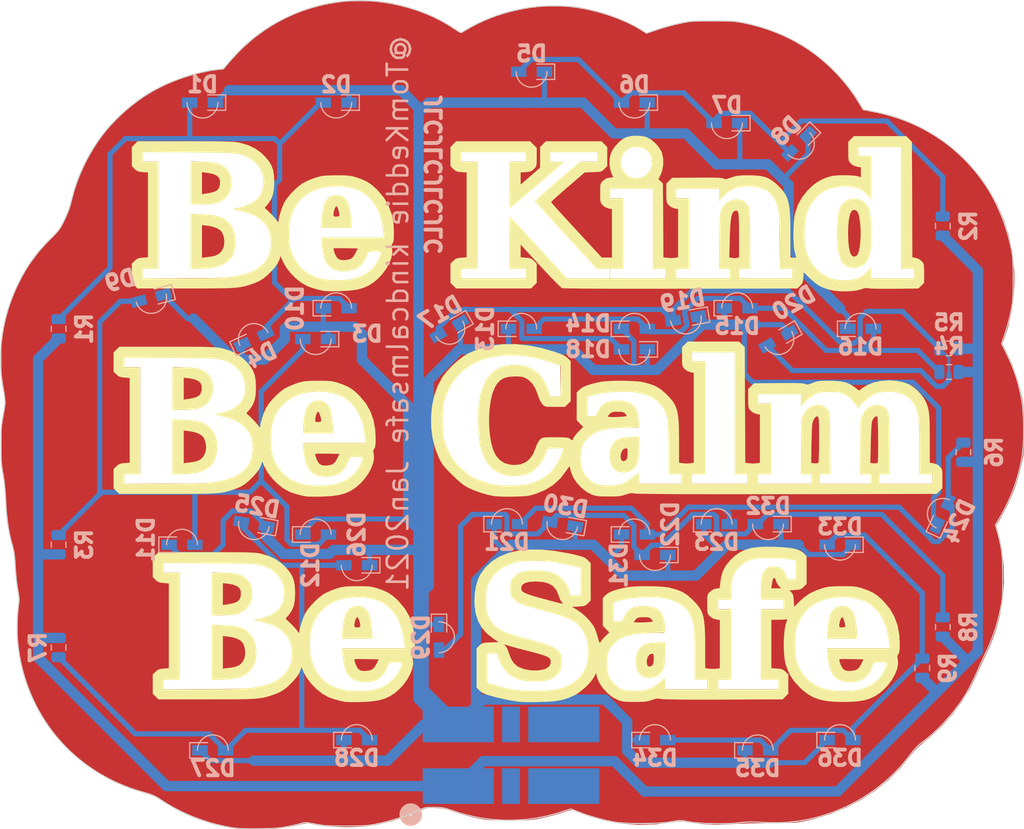
<source format=kicad_pcb>
(kicad_pcb (version 20171130) (host pcbnew 5.1.7-a382d34a8~88~ubuntu20.04.1)
  (layers (0 F.Cu signal hide) (31 B.Cu signal hide) (34 B.Paste user) (35 F.Paste user hide) (36 B.SilkS user) (37 F.SilkS user hide) (38 B.Mask user) (39 F.Mask user) (44 Edge.Cuts user))
  (net 0 "")
  (net 1 GND)
  (net 2 "Net-(X1-Pad4)")
  (net 3 "Net-(X1-Pad3)")
  (net 4 "Net-(X1-Pad6)")
  (net 5 "Net-(X1-Pad5)")
  (net 6 /BANK1)
  (net 7 /BANK2)
  (net 8 /BANK3)
  (net 9 /BANK4)
  (net 10 /BANK5)
  (net 11 /BANK6)
  (net 12 /BANK7)
  (net 13 /BANK8)
  (net 14 /BANK9)
  (net 15 +3V3)
  (module kindcalmsafe:kindcalmsafe-silk-invert (layer F.Cu) (at 100 100)
    (fp_text reference H4 hide)
    (fp_text value kindcalmsafe-front-silk hide)
  )
  (module kindcalmsafe:kindcalmsafe-back-mask-invert (layer F.Cu) (at 100 100)
    (fp_text reference H3 hide)
    (fp_text value LOGO hide)
  )
  (module kindcalmsafe:kindcalmsafe-front-copper (layer F.Cu) (at 100 100)
    (fp_text reference H2 hide)
    (fp_text value LOGO hide)
    (fp_poly (pts (xy -13.935223 -46.856264) (xy -13.40383 -46.851544) (xy -12.979877 -46.840964) (xy -12.632421 -46.822303) (xy -12.330518 -46.79334) (xy -12.043225 -46.751856) (xy -11.739598 -46.69563) (xy -11.417631 -46.62863) (xy -9.989514 -46.261276) (xy -8.590019 -45.780333) (xy -7.256981 -45.201205) (xy -6.028231 -44.539298) (xy -5.552743 -44.240572) (xy -4.820647 -43.75845) (xy -4.421157 -44.014445) (xy -4.022625 -44.247364) (xy -3.508089 -44.515038) (xy -2.921687 -44.797203) (xy -2.30756 -45.073591) (xy -1.709847 -45.323937) (xy -1.172688 -45.527975) (xy -0.986036 -45.591636) (xy -0.511581 -45.735838) (xy 0.050031 -45.890074) (xy 0.619508 -46.033264) (xy 1.00363 -46.12063) (xy 1.34987 -46.192456) (xy 1.651176 -46.247487) (xy 1.938493 -46.287945) (xy 2.242764 -46.316049) (xy 2.594933 -46.334021) (xy 3.025942 -46.344079) (xy 3.566737 -46.348446) (xy 4.191 -46.349344) (xy 4.860777 -46.348264) (xy 5.39217 -46.343544) (xy 5.816123 -46.332964) (xy 6.163579 -46.314303) (xy 6.465482 -46.28534) (xy 6.752775 -46.243856) (xy 7.056402 -46.18763) (xy 7.378369 -46.12063) (xy 7.901794 -45.999525) (xy 8.476749 -45.851581) (xy 9.023942 -45.697882) (xy 9.368036 -45.591636) (xy 9.874223 -45.409637) (xy 10.458262 -45.172941) (xy 11.075711 -44.901975) (xy 11.682129 -44.617165) (xy 12.233076 -44.338939) (xy 12.68411 -44.087723) (xy 12.812635 -44.008363) (xy 13.221604 -43.746285) (xy 14.294302 -44.096704) (xy 15.300975 -44.406185) (xy 16.210683 -44.639823) (xy 17.073462 -44.805824) (xy 17.939348 -44.912392) (xy 18.858379 -44.967733) (xy 19.685 -44.980641) (xy 21.380964 -44.900821) (xy 23.022649 -44.660798) (xy 24.613038 -44.259727) (xy 26.155114 -43.696761) (xy 27.651862 -42.971054) (xy 28.481749 -42.486816) (xy 29.597598 -41.717503) (xy 30.684651 -40.819552) (xy 31.713005 -39.823491) (xy 32.652755 -38.759847) (xy 33.473996 -37.659145) (xy 33.949229 -36.905524) (xy 34.324296 -36.261381) (xy 35.005648 -36.160339) (xy 36.543972 -35.847973) (xy 38.052054 -35.376548) (xy 39.515511 -34.755594) (xy 40.919961 -33.994639) (xy 42.251024 -33.103215) (xy 43.494317 -32.090849) (xy 44.635458 -30.967073) (xy 45.660064 -29.741416) (xy 46.466149 -28.566416) (xy 47.284531 -27.09405) (xy 47.939694 -25.578049) (xy 48.432482 -24.015427) (xy 48.763741 -22.403201) (xy 48.934318 -20.738388) (xy 48.959974 -19.769667) (xy 48.890593 -18.187057) (xy 48.685254 -16.650728) (xy 48.348164 -15.185212) (xy 47.98278 -14.070487) (xy 47.781618 -13.535974) (xy 48.141319 -12.84282) (xy 48.780446 -11.446798) (xy 49.298803 -9.96617) (xy 49.680074 -8.449614) (xy 49.76393 -8.002758) (xy 49.818038 -7.581478) (xy 49.860578 -7.033656) (xy 49.891319 -6.394859) (xy 49.910036 -5.700654) (xy 49.916498 -4.986608) (xy 49.910479 -4.288287) (xy 49.891749 -3.641257) (xy 49.860081 -3.081086) (xy 49.815247 -2.643339) (xy 49.798983 -2.54) (xy 49.673317 -1.918677) (xy 49.506293 -1.223629) (xy 49.31396 -0.513778) (xy 49.112366 0.151953) (xy 48.917562 0.714642) (xy 48.899962 0.760676) (xy 48.716082 1.203172) (xy 48.479045 1.724946) (xy 48.211676 2.279961) (xy 47.9368 2.822178) (xy 47.677244 3.305562) (xy 47.455833 3.684073) (xy 47.431366 3.722671) (xy 47.1886 4.10101) (xy 47.417815 4.95541) (xy 47.744788 6.488814) (xy 47.92148 8.073219) (xy 47.947903 9.681622) (xy 47.824069 11.287015) (xy 47.549992 12.862392) (xy 47.413837 13.419667) (xy 47.256786 13.987967) (xy 47.09695 14.501327) (xy 46.918591 15.001386) (xy 46.70597 15.529785) (xy 46.443349 16.128164) (xy 46.149805 16.764) (xy 45.920382 17.25746) (xy 45.686301 17.768006) (xy 45.470775 18.244559) (xy 45.297015 18.636042) (xy 45.25288 18.737662) (xy 44.623468 20.010653) (xy 43.847557 21.263411) (xy 42.947768 22.467162) (xy 41.946719 23.593128) (xy 40.86703 24.612533) (xy 40.223365 25.136207) (xy 39.641668 25.623127) (xy 39.175531 26.109628) (xy 38.947175 26.399589) (xy 37.903874 27.678545) (xy 36.743627 28.837563) (xy 35.473145 29.872392) (xy 34.099138 30.778779) (xy 32.628318 31.552471) (xy 31.067395 32.189215) (xy 29.423079 32.684759) (xy 28.799036 32.830577) (xy 28.488053 32.89637) (xy 28.215862 32.948407) (xy 27.956836 32.988345) (xy 27.685348 33.017844) (xy 27.375773 33.038563) (xy 27.002483 33.052158) (xy 26.539853 33.060289) (xy 25.962256 33.064615) (xy 25.244066 33.066793) (xy 25.146 33.066992) (xy 24.427208 33.072147) (xy 23.697489 33.084133) (xy 22.992368 33.101881) (xy 22.34737 33.124321) (xy 21.79802 33.150383) (xy 21.379842 33.178996) (xy 21.355075 33.181186) (xy 19.951484 33.235957) (xy 18.486062 33.155979) (xy 17.187472 32.977691) (xy 16.797123 32.91658) (xy 16.49012 32.894426) (xy 16.187158 32.91118) (xy 15.808934 32.966794) (xy 15.750384 32.976827) (xy 14.059049 33.189381) (xy 12.396516 33.235914) (xy 10.755436 33.115832) (xy 9.128457 32.828543) (xy 7.508228 32.373455) (xy 7.272545 32.293198) (xy 6.887815 32.155722) (xy 6.540712 32.025287) (xy 6.276241 31.919154) (xy 6.161325 31.866998) (xy 6.045808 31.818116) (xy 5.921446 31.802428) (xy 5.752546 31.825559) (xy 5.503414 31.893139) (xy 5.138357 32.010795) (xy 5.038932 32.043962) (xy 4.580586 32.185835) (xy 4.032154 32.338272) (xy 3.470013 32.480786) (xy 3.06967 32.572196) (xy 2.724827 32.643869) (xy 2.425365 32.698974) (xy 2.140898 32.739676) (xy 1.841036 32.768141) (xy 1.495393 32.786531) (xy 1.07358 32.797013) (xy 0.545211 32.80175) (xy -0.120104 32.802907) (xy -0.169333 32.80291) (xy -0.844235 32.801929) (xy -1.380253 32.797532) (xy -1.807832 32.78754) (xy -2.157416 32.769771) (xy -2.45945 32.742047) (xy -2.744379 32.702187) (xy -3.042649 32.64801) (xy -3.384702 32.577337) (xy -3.417748 32.570291) (xy -3.953905 32.443257) (xy -4.550033 32.282041) (xy -5.123838 32.1098) (xy -5.492081 31.986586) (xy -5.952987 31.828363) (xy -6.31654 31.722848) (xy -6.641769 31.657797) (xy -6.987703 31.620967) (xy -7.342809 31.602676) (xy -7.73751 31.590095) (xy -8.021174 31.595425) (xy -8.251966 31.629871) (xy -8.488048 31.704635) (xy -8.787585 31.830919) (xy -8.983196 31.918626) (xy -10.313974 32.465054) (xy -11.611101 32.885075) (xy -12.931087 33.195617) (xy -13.673667 33.323809) (xy -14.414965 33.408295) (xy -15.248698 33.454655) (xy -16.134262 33.464347) (xy -17.031052 33.438832) (xy -17.898465 33.37957) (xy -18.695896 33.288018) (xy -19.382743 33.165637) (xy -19.609683 33.110452) (xy -19.832486 33.088936) (xy -20.146168 33.127367) (xy -20.58271 33.229685) (xy -20.587462 33.230953) (xy -21.278093 33.387544) (xy -22.074681 33.52224) (xy -22.928796 33.63032) (xy -23.792009 33.707062) (xy -24.615889 33.747747) (xy -25.352008 33.747653) (xy -25.696333 33.728956) (xy -27.417954 33.511913) (xy -29.0791 33.140461) (xy -30.673577 32.616705) (xy -32.195187 31.94275) (xy -33.637737 31.120698) (xy -33.920474 30.935855) (xy -34.368992 30.650785) (xy -34.744727 30.450741) (xy -35.102373 30.309291) (xy -35.387601 30.226783) (xy -37.00176 29.729017) (xy -38.545375 29.080814) (xy -40.009164 28.288772) (xy -41.383842 27.359491) (xy -42.660129 26.299568) (xy -43.828741 25.115603) (xy -44.880396 23.814194) (xy -45.339135 23.152452) (xy -46.019384 22.000595) (xy -46.627284 20.73176) (xy -47.145176 19.389227) (xy -47.555404 18.016275) (xy -47.715484 17.327825) (xy -47.840391 16.577837) (xy -47.930996 15.710489) (xy -47.985286 14.774651) (xy -48.001253 13.819189) (xy -47.976884 12.892969) (xy -47.926456 12.200362) (xy -47.883259 11.714335) (xy -47.864281 11.339872) (xy -47.870607 11.020793) (xy -47.90332 10.700915) (xy -47.962584 10.329333) (xy -48.018812 9.957822) (xy -48.080121 9.469455) (xy -48.140613 8.916353) (xy -48.159215 8.720667) (xy -33.866667 8.720667) (xy -32.258 8.720667) (xy -32.258 19.05) (xy -33.866667 19.05) (xy -33.866667 20.076692) (xy -29.358167 20.044342) (xy -28.364423 20.036945) (xy -27.524411 20.029765) (xy -26.82253 20.022153) (xy -26.24318 20.013465) (xy -25.770762 20.003053) (xy -25.389675 19.990272) (xy -25.08432 19.974476) (xy -24.839097 19.955018) (xy -24.638405 19.931252) (xy -24.466645 19.902533) (xy -24.308217 19.868213) (xy -24.151401 19.828666) (xy -23.326133 19.558044) (xy -22.647984 19.215463) (xy -22.107954 18.794543) (xy -21.697043 18.288905) (xy -21.517861 17.961861) (xy -21.416162 17.727012) (xy -21.350603 17.512046) (xy -21.313478 17.268502) (xy -21.297078 16.947917) (xy -21.293667 16.552333) (xy -21.297387 16.127261) (xy -21.3136 15.825746) (xy -21.33995 15.663333) (xy -19.639727 15.663333) (xy -19.572771 16.620771) (xy -19.374805 17.481779) (xy -19.050181 18.24039) (xy -18.603249 18.890638) (xy -18.038362 19.426555) (xy -17.35987 19.842174) (xy -16.572126 20.131528) (xy -16.340667 20.187361) (xy -15.846841 20.261364) (xy -15.251788 20.300579) (xy -14.61971 20.30485) (xy -14.014808 20.27402) (xy -13.501284 20.207932) (xy -13.433654 20.19445) (xy -12.658095 19.966783) (xy -12.001775 19.633819) (xy -11.515195 19.253967) (xy -11.171795 18.858459) (xy -10.862888 18.368778) (xy -10.630612 17.857582) (xy -10.549835 17.5895) (xy -10.495441 17.356667) (xy -11.924546 17.356667) (xy -11.983939 17.631833) (xy -12.160704 18.120605) (xy -12.454285 18.57033) (xy -12.829929 18.940164) (xy -13.252885 19.189263) (xy -13.334525 19.219176) (xy -13.628309 19.274893) (xy -14.038046 19.295229) (xy -14.354852 19.287259) (xy -14.750789 19.255958) (xy -15.028877 19.20349) (xy -15.240362 19.117703) (xy -15.346729 19.052) (xy -15.677726 18.762006) (xy -15.932153 18.388001) (xy -16.118881 17.908766) (xy -16.246781 17.303081) (xy -16.309855 16.748062) (xy -16.365013 16.086667) (xy -10.304182 16.086667) (xy -10.354353 15.388167) (xy -10.484856 14.486334) (xy -10.73636 13.659415) (xy -11.100004 12.924814) (xy -11.566925 12.299933) (xy -12.128264 11.802175) (xy -12.208187 11.747395) (xy -12.696065 11.484411) (xy -2.540825 11.484411) (xy -2.491594 12.169147) (xy -2.424908 12.488333) (xy -2.273196 12.956802) (xy -2.076636 13.362127) (xy -1.819591 13.714746) (xy -1.486422 14.025099) (xy -1.061488 14.303624) (xy -0.529153 14.56076) (xy 0.126224 14.806946) (xy 0.920281 15.052622) (xy 1.756389 15.279324) (xy 2.510593 15.480425) (xy 3.117519 15.656966) (xy 3.596195 15.816275) (xy 3.965645 15.965681) (xy 4.244897 16.112511) (xy 4.452976 16.264093) (xy 4.545193 16.353452) (xy 4.789372 16.732679) (xy 4.904359 17.176739) (xy 4.895035 17.647027) (xy 4.766275 18.104939) (xy 4.522959 18.511869) (xy 4.238248 18.782706) (xy 3.828328 19.012823) (xy 3.332191 19.163175) (xy 2.723819 19.239764) (xy 2.201333 19.252601) (xy 1.353768 19.184943) (xy 0.623076 18.994802) (xy 0.009089 18.682069) (xy -0.488361 18.246635) (xy -0.869442 17.688391) (xy -1.108186 17.097038) (xy -1.286493 16.51) (xy -2.374574 16.51) (xy -2.351454 18.009305) (xy -2.328333 19.508611) (xy -1.693333 19.702917) (xy -1.296491 19.811353) (xy -0.789783 19.931188) (xy -0.231045 20.050385) (xy 0.321885 20.156905) (xy 0.81117 20.23871) (xy 1.016 20.266844) (xy 1.200696 20.2777) (xy 1.518324 20.284078) (xy 1.932535 20.285739) (xy 2.406981 20.282445) (xy 2.709333 20.277921) (xy 3.292496 20.263051) (xy 3.744956 20.239721) (xy 4.105282 20.203958) (xy 4.412045 20.151788) (xy 4.703814 20.079239) (xy 4.740731 20.068662) (xy 5.548061 19.775761) (xy 6.209952 19.403261) (xy 6.734794 18.942338) (xy 7.13098 18.38417) (xy 7.406903 17.719934) (xy 7.525332 17.203693) (xy 9.244888 17.203693) (xy 9.245837 17.723958) (xy 9.345263 18.438729) (xy 9.562597 19.034413) (xy 9.903299 19.518528) (xy 10.372831 19.898595) (xy 10.976652 20.182131) (xy 11.049 20.206919) (xy 11.359237 20.266925) (xy 11.779931 20.291234) (xy 12.256539 20.282201) (xy 12.734515 20.242183) (xy 13.159315 20.173535) (xy 13.409469 20.104942) (xy 13.685939 19.977883) (xy 14.021775 19.782981) (xy 14.346631 19.561241) (xy 14.361969 19.549697) (xy 14.901333 19.141454) (xy 14.901333 20.066) (xy 19.134667 20.066) (xy 20.057549 20.066) (xy 26.085784 20.066) (xy 26.060392 19.579167) (xy 26.035 19.092333) (xy 25.2095 19.068101) (xy 24.384 19.043868) (xy 24.384 15.663333) (xy 27.519607 15.663333) (xy 27.586562 16.620771) (xy 27.784528 17.481779) (xy 28.109152 18.24039) (xy 28.556084 18.890638) (xy 29.120971 19.426555) (xy 29.799463 19.842174) (xy 30.587208 20.131528) (xy 30.818667 20.187361) (xy 31.312492 20.261364) (xy 31.907545 20.300579) (xy 32.539623 20.30485) (xy 33.144525 20.27402) (xy 33.658049 20.207932) (xy 33.725679 20.19445) (xy 34.501239 19.966783) (xy 35.157559 19.633819) (xy 35.644139 19.253967) (xy 35.987538 18.858459) (xy 36.296446 18.368778) (xy 36.528722 17.857582) (xy 36.609499 17.5895) (xy 36.663893 17.356667) (xy 35.234788 17.356667) (xy 35.175395 17.631833) (xy 34.998629 18.120605) (xy 34.705049 18.57033) (xy 34.329405 18.940164) (xy 33.906448 19.189263) (xy 33.824809 19.219176) (xy 33.531024 19.274893) (xy 33.121288 19.295229) (xy 32.804481 19.287259) (xy 32.408545 19.255958) (xy 32.130456 19.20349) (xy 31.918971 19.117703) (xy 31.812604 19.052) (xy 31.481607 18.762006) (xy 31.22718 18.388001) (xy 31.040452 17.908766) (xy 30.912552 17.303081) (xy 30.849479 16.748062) (xy 30.79432 16.086667) (xy 36.855151 16.086667) (xy 36.804981 15.388167) (xy 36.674478 14.486334) (xy 36.422973 13.659415) (xy 36.05933 12.924814) (xy 35.592408 12.299933) (xy 35.03107 11.802175) (xy 34.951146 11.747395) (xy 34.30211 11.397541) (xy 33.577136 11.165958) (xy 32.74796 11.044043) (xy 32.608258 11.034408) (xy 31.620716 11.044143) (xy 30.723135 11.192222) (xy 29.922193 11.472571) (xy 29.22457 11.879115) (xy 28.636944 12.405778) (xy 28.165993 13.046485) (xy 27.818395 13.795162) (xy 27.60083 14.645734) (xy 27.519974 15.592124) (xy 27.519607 15.663333) (xy 24.384 15.663333) (xy 24.384 12.276667) (xy 26.585333 12.276667) (xy 26.585333 11.260667) (xy 24.384 11.260667) (xy 24.384 10.241947) (xy 24.403033 9.601158) (xy 24.465702 9.106239) (xy 24.580363 8.737443) (xy 24.755369 8.475023) (xy 24.999075 8.299234) (xy 25.244112 8.209046) (xy 25.672012 8.167646) (xy 26.068605 8.263277) (xy 26.400398 8.476391) (xy 26.633901 8.787442) (xy 26.724334 9.07297) (xy 26.776309 9.398) (xy 27.770667 9.398) (xy 27.770667 7.47462) (xy 27.1145 7.35681) (xy 26.647011 7.294087) (xy 26.09515 7.25361) (xy 25.498443 7.23493) (xy 24.896417 7.237598) (xy 24.3286 7.261168) (xy 23.83452 7.305191) (xy 23.453702 7.369219) (xy 23.344325 7.399545) (xy 22.731364 7.673778) (xy 22.2081 8.055041) (xy 21.79856 8.520753) (xy 21.526771 9.048331) (xy 21.498454 9.134406) (xy 21.455025 9.348111) (xy 21.412514 9.679212) (xy 21.376836 10.075846) (xy 21.359794 10.3505) (xy 21.314249 11.260667) (xy 20.066 11.260667) (xy 20.066 12.276667) (xy 21.336 12.276667) (xy 21.336 19.042581) (xy 20.722167 19.067457) (xy 20.108333 19.092333) (xy 20.082941 19.579167) (xy 20.057549 20.066) (xy 19.134667 20.066) (xy 19.134667 19.05) (xy 17.970012 19.05) (xy 17.927591 16.4465) (xy 17.912446 15.627177) (xy 17.894267 14.95608) (xy 17.869924 14.412102) (xy 17.836284 13.974133) (xy 17.790217 13.621069) (xy 17.728592 13.331799) (xy 17.648278 13.085218) (xy 17.546143 12.860217) (xy 17.419056 12.635689) (xy 17.344537 12.515997) (xy 17.034536 12.116407) (xy 16.642907 11.787924) (xy 16.195165 11.526522) (xy 15.641782 11.311719) (xy 14.963288 11.156292) (xy 14.193413 11.060939) (xy 13.365886 11.026357) (xy 12.514439 11.053242) (xy 11.672801 11.142292) (xy 10.874702 11.294204) (xy 10.456333 11.407919) (xy 9.948333 11.563661) (xy 9.92448 12.555164) (xy 9.900626 13.546667) (xy 10.814088 13.546667) (xy 11.08245 13.001546) (xy 11.29911 12.618999) (xy 11.532553 12.353374) (xy 11.820121 12.182673) (xy 12.199155 12.084901) (xy 12.707 12.038059) (xy 12.719069 12.037474) (xy 13.385638 12.055862) (xy 13.924426 12.183972) (xy 14.340257 12.426215) (xy 14.637954 12.787005) (xy 14.822341 13.270755) (xy 14.898243 13.881878) (xy 14.900861 14.0335) (xy 14.901333 14.562667) (xy 13.610167 14.564137) (xy 12.709478 14.588421) (xy 11.952149 14.662979) (xy 11.318124 14.793716) (xy 10.787345 14.986536) (xy 10.339755 15.247342) (xy 9.955298 15.582039) (xy 9.881075 15.661854) (xy 9.546154 16.119651) (xy 9.337564 16.622325) (xy 9.244888 17.203693) (xy 7.525332 17.203693) (xy 7.544238 17.121283) (xy 7.598862 16.379512) (xy 7.527432 15.64496) (xy 7.339514 14.950558) (xy 7.044673 14.329234) (xy 6.652475 13.813918) (xy 6.556235 13.720033) (xy 6.240389 13.466364) (xy 5.860325 13.235504) (xy 5.395164 13.018809) (xy 4.824028 12.807637) (xy 4.126036 12.593342) (xy 3.302 12.372784) (xy 2.464922 12.154567) (xy 1.779178 11.95968) (xy 1.230008 11.778479) (xy 0.802654 11.601323) (xy 0.482357 11.418571) (xy 0.254358 11.220581) (xy 0.103898 10.99771) (xy 0.016218 10.740316) (xy -0.023442 10.438759) (xy -0.030535 10.19568) (xy 0.020487 9.702154) (xy 0.187803 9.31845) (xy 0.488838 9.016916) (xy 0.839167 8.815559) (xy 1.049733 8.723088) (xy 1.242361 8.660493) (xy 1.457829 8.622025) (xy 1.736915 8.601935) (xy 2.120397 8.594474) (xy 2.413 8.593667) (xy 3.062346 8.609375) (xy 3.578962 8.661621) (xy 3.996975 8.758086) (xy 4.35051 8.906451) (xy 4.650828 9.097359) (xy 5.042445 9.475038) (xy 5.370679 9.965181) (xy 5.588955 10.481814) (xy 5.738249 10.964333) (xy 6.815667 10.964333) (xy 6.862131 8.225883) (xy 6.373232 8.083649) (xy 5.369721 7.832172) (xy 4.336522 7.647953) (xy 3.308015 7.533422) (xy 2.318578 7.49101) (xy 1.402592 7.523148) (xy 0.594437 7.632265) (xy 0.444499 7.664526) (xy -0.234831 7.885187) (xy -0.86873 8.212094) (xy -1.424432 8.622103) (xy -1.869169 9.09207) (xy -2.109358 9.468341) (xy -2.343349 10.073164) (xy -2.489291 10.765469) (xy -2.540825 11.484411) (xy -12.696065 11.484411) (xy -12.857223 11.397541) (xy -13.582197 11.165958) (xy -14.411373 11.044043) (xy -14.551075 11.034408) (xy -15.538618 11.044143) (xy -16.436199 11.192222) (xy -17.23714 11.472571) (xy -17.934763 11.879115) (xy -18.522389 12.405778) (xy -18.99334 13.046485) (xy -19.340938 13.795162) (xy -19.558504 14.645734) (xy -19.639359 15.592124) (xy -19.639727 15.663333) (xy -21.33995 15.663333) (xy -21.349888 15.602083) (xy -21.413831 15.410568) (xy -21.51301 15.205495) (xy -21.518923 15.194267) (xy -21.813783 14.759876) (xy -22.210819 14.343457) (xy -22.649144 14.005057) (xy -22.830417 13.900887) (xy -23.148465 13.761141) (xy -23.537542 13.621669) (xy -23.94188 13.499275) (xy -24.305709 13.410762) (xy -24.573262 13.372936) (xy -24.583419 13.372671) (xy -24.673 13.357846) (xy -24.610087 13.317299) (xy -24.389031 13.24831) (xy -24.244043 13.209247) (xy -23.509633 12.964276) (xy -22.927014 12.650913) (xy -22.490377 12.262698) (xy -22.193912 11.793175) (xy -22.031811 11.235885) (xy -21.995072 10.709117) (xy -22.071529 10.009558) (xy -22.287213 9.403453) (xy -22.643128 8.889804) (xy -23.140276 8.467613) (xy -23.779659 8.135883) (xy -24.56228 7.893614) (xy -24.892 7.825787) (xy -25.097485 7.796935) (xy -25.377607 7.772756) (xy -25.745311 7.752932) (xy -26.213547 7.737144) (xy -26.79526 7.725074) (xy -27.503398 7.716404) (xy -28.350909 7.710814) (xy -29.350739 7.707988) (xy -29.696833 7.70762) (xy -33.866667 7.704667) (xy -33.866667 8.720667) (xy -48.159215 8.720667) (xy -48.194392 8.350635) (xy -48.216424 8.085667) (xy -48.284311 7.36109) (xy -48.364501 6.744997) (xy -48.453609 6.261058) (xy -48.507019 6.053667) (xy -48.745127 5.152257) (xy -48.914099 4.251332) (xy -49.021942 3.296832) (xy -49.076662 2.2347) (xy -49.077547 2.201333) (xy -49.102714 1.508516) (xy -49.142339 0.927059) (xy -49.202288 0.399206) (xy -49.288428 -0.132799) (xy -49.344136 -0.423333) (xy -49.416043 -0.79435) (xy -49.471027 -1.11621) (xy -49.511289 -1.420838) (xy -49.539034 -1.740162) (xy -49.556465 -2.106106) (xy -49.565784 -2.550596) (xy -49.569197 -3.105558) (xy -49.569106 -3.683) (xy -49.56684 -4.357584) (xy -49.560904 -4.893527) (xy -49.549143 -5.321513) (xy -49.529401 -5.672229) (xy -49.499524 -5.976358) (xy -49.457355 -6.264587) (xy -49.400741 -6.567601) (xy -49.349073 -6.815667) (xy -49.132268 -7.831667) (xy -49.344228 -8.805333) (xy -49.409976 -9.119279) (xy -49.460725 -9.401487) (xy -49.498474 -9.681114) (xy -49.525225 -9.987317) (xy -49.542977 -10.349252) (xy -49.553731 -10.796076) (xy -49.558498 -11.260667) (xy -37.676667 -11.260667) (xy -36.068 -11.260667) (xy -36.068 -0.931333) (xy -37.676667 -0.931333) (xy -37.676667 0.095359) (xy -33.168167 0.063008) (xy -32.174423 0.055612) (xy -31.334411 0.048431) (xy -30.63253 0.04082) (xy -30.05318 0.032131) (xy -29.580762 0.02172) (xy -29.199675 0.008939) (xy -28.89432 -0.006857) (xy -28.649097 -0.026315) (xy -28.448405 -0.050081) (xy -28.276645 -0.078801) (xy -28.118217 -0.113121) (xy -27.961401 -0.152668) (xy -27.136133 -0.42329) (xy -26.457984 -0.765871) (xy -25.917954 -1.18679) (xy -25.507043 -1.692428) (xy -25.327861 -2.019473) (xy -25.226162 -2.254321) (xy -25.160603 -2.469287) (xy -25.123478 -2.712832) (xy -25.107078 -3.033416) (xy -25.103667 -3.429) (xy -25.107387 -3.854072) (xy -25.1236 -4.155587) (xy -25.14995 -4.318) (xy -23.449727 -4.318) (xy -23.382771 -3.360563) (xy -23.184805 -2.499554) (xy -22.860181 -1.740943) (xy -22.413249 -1.090695) (xy -21.848362 -0.554778) (xy -21.16987 -0.139159) (xy -20.382126 0.150194) (xy -20.150667 0.206028) (xy -19.656841 0.280031) (xy -19.061788 0.319246) (xy -18.42971 0.323517) (xy -17.824808 0.292686) (xy -17.311284 0.226598) (xy -17.243654 0.213116) (xy -16.468095 -0.01455) (xy -15.811775 -0.347514) (xy -15.325195 -0.727366) (xy -14.981795 -1.122874) (xy -14.672888 -1.612555) (xy -14.440612 -2.123752) (xy -14.359835 -2.391833) (xy -14.305441 -2.624667) (xy -15.734546 -2.624667) (xy -15.793939 -2.3495) (xy -15.970704 -1.860728) (xy -16.264285 -1.411003) (xy -16.639929 -1.04117) (xy -17.062885 -0.79207) (xy -17.144525 -0.762157) (xy -17.438309 -0.70644) (xy -17.848046 -0.686104) (xy -18.164852 -0.694074) (xy -18.560789 -0.725376) (xy -18.838877 -0.777843) (xy -19.050362 -0.863631) (xy -19.156729 -0.929334) (xy -19.487726 -1.219328) (xy -19.742153 -1.593333) (xy -19.928881 -2.072568) (xy -20.056781 -2.678252) (xy -20.119855 -3.233272) (xy -20.175013 -3.894667) (xy -14.114182 -3.894667) (xy -14.164353 -4.593167) (xy -14.294856 -5.494999) (xy -14.499351 -6.167359) (xy -6.73072 -6.167359) (xy -6.715027 -5.494224) (xy -6.665711 -4.862102) (xy -6.583218 -4.322642) (xy -6.538892 -4.136515) (xy -6.194075 -3.177733) (xy -5.716408 -2.320866) (xy -5.112526 -1.571818) (xy -4.389062 -0.936491) (xy -3.552649 -0.420788) (xy -2.609921 -0.030612) (xy -1.651 0.213047) (xy -1.106334 0.284148) (xy -0.462845 0.320965) (xy 0.215714 0.323502) (xy 0.865593 0.291764) (xy 1.423043 0.225757) (xy 1.495385 0.21278) (xy 2.358382 -0.028979) (xy 3.123653 -0.405758) (xy 3.784425 -0.91246) (xy 4.333924 -1.543988) (xy 4.731085 -2.221875) (xy 4.888672 -2.569014) (xy 4.974166 -2.77764) (xy 6.704888 -2.77764) (xy 6.705837 -2.257376) (xy 6.805263 -1.542604) (xy 7.022597 -0.94692) (xy 7.363299 -0.462805) (xy 7.832831 -0.082739) (xy 8.436652 0.200798) (xy 8.509 0.225585) (xy 8.819237 0.285592) (xy 9.239931 0.309901) (xy 9.716539 0.300868) (xy 10.194515 0.260849) (xy 10.619315 0.192202) (xy 10.869469 0.123609) (xy 11.145939 -0.00345) (xy 11.481775 -0.198353) (xy 11.806631 -0.420092) (xy 11.821969 -0.431636) (xy 12.361333 -0.839879) (xy 12.361333 0.084667) (xy 16.594667 0.084667) (xy 17.517549 0.084667) (xy 23.029333 0.084667) (xy 23.029333 -0.931333) (xy 21.845151 -0.931333) (xy 21.820214 -7.704667) (xy 23.952216 -7.704667) (xy 25.230667 -7.704667) (xy 25.230667 -0.938752) (xy 24.616833 -0.913876) (xy 24.003 -0.889) (xy 23.977608 -0.402167) (xy 23.952216 0.084667) (xy 29.294667 0.084667) (xy 29.294667 -0.931333) (xy 28.278667 -0.931333) (xy 28.278667 -3.455966) (xy 28.280535 -4.278581) (xy 28.288155 -4.950814) (xy 28.304549 -5.491596) (xy 28.332738 -5.919856) (xy 28.375744 -6.254525) (xy 28.436589 -6.514533) (xy 28.518295 -6.71881) (xy 28.623883 -6.886285) (xy 28.756375 -7.03589) (xy 28.866766 -7.140135) (xy 29.23567 -7.384819) (xy 29.64642 -7.513347) (xy 30.056854 -7.522479) (xy 30.424808 -7.408972) (xy 30.614318 -7.274458) (xy 30.710835 -7.163193) (xy 30.789627 -7.017273) (xy 30.852398 -6.81992) (xy 30.900852 -6.554353) (xy 30.936693 -6.203791) (xy 30.961624 -5.751454) (xy 30.97735 -5.180562) (xy 30.985573 -4.474335) (xy 30.987999 -3.615992) (xy 30.988 -3.594166) (xy 30.988 -0.931333) (xy 29.972 -0.931333) (xy 29.972 0.084667) (xy 35.052 0.084667) (xy 35.052 -0.931333) (xy 34.036 -0.931333) (xy 34.036 -3.455966) (xy 34.037868 -4.278581) (xy 34.045489 -4.950814) (xy 34.061883 -5.491596) (xy 34.090072 -5.919856) (xy 34.133078 -6.254525) (xy 34.193923 -6.514533) (xy 34.275628 -6.71881) (xy 34.381216 -6.886285) (xy 34.513708 -7.03589) (xy 34.624099 -7.140135) (xy 34.993003 -7.384819) (xy 35.403754 -7.513347) (xy 35.814187 -7.522479) (xy 36.182141 -7.408972) (xy 36.371652 -7.274458) (xy 36.468168 -7.163193) (xy 36.54696 -7.017273) (xy 36.609732 -6.81992) (xy 36.658186 -6.554353) (xy 36.694026 -6.203791) (xy 36.718957 -5.751454) (xy 36.734683 -5.180562) (xy 36.742907 -4.474335) (xy 36.745332 -3.615992) (xy 36.745333 -3.594166) (xy 36.745333 -0.931333) (xy 35.729333 -0.931333) (xy 35.729333 0.084667) (xy 40.978667 0.084667) (xy 40.978667 -0.931333) (xy 39.814433 -0.931333) (xy 39.772484 -3.704167) (xy 39.7601 -4.474566) (xy 39.74778 -5.096569) (xy 39.734115 -5.591109) (xy 39.717699 -5.979116) (xy 39.697125 -6.281522) (xy 39.670988 -6.519258) (xy 39.637879 -6.713256) (xy 39.596392 -6.884447) (xy 39.547966 -7.044935) (xy 39.266711 -7.684894) (xy 38.87616 -8.195552) (xy 38.376729 -8.576595) (xy 37.768832 -8.827709) (xy 37.052883 -8.948578) (xy 37.035777 -8.94978) (xy 36.274369 -8.942701) (xy 35.602889 -8.803025) (xy 34.99432 -8.520173) (xy 34.421648 -8.083569) (xy 34.157845 -7.822916) (xy 33.729357 -7.369533) (xy 33.438179 -7.810555) (xy 33.020417 -8.296457) (xy 32.497976 -8.651808) (xy 31.877148 -8.873959) (xy 31.164226 -8.960263) (xy 30.734 -8.94878) (xy 30.132991 -8.872934) (xy 29.643805 -8.73094) (xy 29.215084 -8.501889) (xy 28.795472 -8.164872) (xy 28.785077 -8.155274) (xy 28.287419 -7.694531) (xy 28.236333 -8.678333) (xy 24.003 -8.678333) (xy 23.952216 -7.704667) (xy 21.820214 -7.704667) (xy 21.801667 -12.742333) (xy 17.568333 -12.742333) (xy 17.568333 -11.811) (xy 18.182167 -11.786124) (xy 18.796 -11.761248) (xy 18.796 -0.938752) (xy 18.182167 -0.913876) (xy 17.568333 -0.889) (xy 17.542941 -0.402167) (xy 17.517549 0.084667) (xy 16.594667 0.084667) (xy 16.594667 -0.931333) (xy 15.430012 -0.931333) (xy 15.387591 -3.534833) (xy 15.372446 -4.354156) (xy 15.354267 -5.025253) (xy 15.329924 -5.569232) (xy 15.296284 -6.0072) (xy 15.250217 -6.360265) (xy 15.188592 -6.649534) (xy 15.108278 -6.896115) (xy 15.006143 -7.121116) (xy 14.879056 -7.345644) (xy 14.804537 -7.465337) (xy 14.494536 -7.864927) (xy 14.102907 -8.193409) (xy 13.655165 -8.454812) (xy 13.101782 -8.669615) (xy 12.423288 -8.825041) (xy 11.653413 -8.920394) (xy 10.825886 -8.954976) (xy 9.974439 -8.928091) (xy 9.132801 -8.839041) (xy 8.334702 -8.687129) (xy 7.916333 -8.573415) (xy 7.408333 -8.417673) (xy 7.38448 -7.42617) (xy 7.360626 -6.434667) (xy 8.274088 -6.434667) (xy 8.54245 -6.979788) (xy 8.75911 -7.362335) (xy 8.992553 -7.62796) (xy 9.280121 -7.79866) (xy 9.659155 -7.896433) (xy 10.167 -7.943275) (xy 10.179069 -7.94386) (xy 10.845638 -7.925471) (xy 11.384426 -7.797362) (xy 11.800257 -7.555118) (xy 12.097954 -7.194328) (xy 12.282341 -6.710578) (xy 12.358243 -6.099455) (xy 12.360861 -5.947833) (xy 12.361333 -5.418667) (xy 11.070167 -5.417197) (xy 10.169478 -5.392913) (xy 9.412149 -5.318354) (xy 8.778124 -5.187617) (xy 8.247345 -4.994798) (xy 7.799755 -4.733991) (xy 7.415298 -4.399295) (xy 7.341075 -4.319479) (xy 7.006154 -3.861682) (xy 6.797564 -3.359008) (xy 6.704888 -2.77764) (xy 4.974166 -2.77764) (xy 5.020754 -2.891325) (xy 5.106 -3.13558) (xy 5.121534 -3.196167) (xy 5.178121 -3.471333) (xy 3.498137 -3.471333) (xy 3.390532 -3.1115) (xy 3.102366 -2.388431) (xy 2.708833 -1.780539) (xy 2.21967 -1.299956) (xy 1.672719 -0.971231) (xy 1.069542 -0.783465) (xy 0.406936 -0.718229) (xy -0.269659 -0.770941) (xy -0.914805 -0.937022) (xy -1.483062 -1.211888) (xy -1.615519 -1.302756) (xy -2.056774 -1.704603) (xy -2.417173 -2.203115) (xy -2.699629 -2.808379) (xy -2.907051 -3.53048) (xy -3.042351 -4.379504) (xy -3.108438 -5.365536) (xy -3.108794 -6.477) (xy -3.068445 -7.381486) (xy -2.993898 -8.142271) (xy -2.878459 -8.782737) (xy -2.715433 -9.326269) (xy -2.498128 -9.79625) (xy -2.219849 -10.216062) (xy -1.947793 -10.532596) (xy -1.547691 -10.898471) (xy -1.127894 -11.152589) (xy -0.645425 -11.31304) (xy -0.05731 -11.397914) (xy 0.138927 -11.410962) (xy 0.944661 -11.385219) (xy 1.656831 -11.218494) (xy 2.27321 -10.912392) (xy 2.791571 -10.468519) (xy 3.209688 -9.88848) (xy 3.525335 -9.173881) (xy 3.605976 -8.911167) (xy 3.753096 -8.382) (xy 4.82982 -8.382) (xy 4.806743 -9.927167) (xy 4.783667 -11.472333) (xy 3.855049 -11.79199) (xy 2.510044 -12.185273) (xy 1.214893 -12.422652) (xy -0.027011 -12.503971) (xy -1.212273 -12.42907) (xy -2.337501 -12.197791) (xy -2.667 -12.096514) (xy -3.602924 -11.700741) (xy -4.43616 -11.173937) (xy -5.15777 -10.525669) (xy -5.758814 -9.765509) (xy -6.230355 -8.903025) (xy -6.563453 -7.947786) (xy -6.571589 -7.916333) (xy -6.659447 -7.430064) (xy -6.712342 -6.829856) (xy -6.73072 -6.167359) (xy -14.499351 -6.167359) (xy -14.54636 -6.321918) (xy -14.910004 -7.056519) (xy -15.376925 -7.681401) (xy -15.938264 -8.179158) (xy -16.018187 -8.233938) (xy -16.667223 -8.583792) (xy -17.392197 -8.815376) (xy -18.221373 -8.93729) (xy -18.361075 -8.946925) (xy -19.348618 -8.93719) (xy -20.246199 -8.789111) (xy -21.04714 -8.508762) (xy -21.744763 -8.102219) (xy -22.332389 -7.575556) (xy -22.80334 -6.934848) (xy -23.150938 -6.186171) (xy -23.368504 -5.3356) (xy -23.449359 -4.389209) (xy -23.449727 -4.318) (xy -25.14995 -4.318) (xy -25.159888 -4.37925) (xy -25.223831 -4.570765) (xy -25.32301 -4.775838) (xy -25.328923 -4.787066) (xy -25.623783 -5.221457) (xy -26.020819 -5.637876) (xy -26.459144 -5.976276) (xy -26.640417 -6.080447) (xy -26.958465 -6.220192) (xy -27.347542 -6.359664) (xy -27.75188 -6.482058) (xy -28.115709 -6.570571) (xy -28.383262 -6.608397) (xy -28.393419 -6.608662) (xy -28.483 -6.623487) (xy -28.420087 -6.664034) (xy -28.199031 -6.733024) (xy -28.054043 -6.772086) (xy -27.319633 -7.017057) (xy -26.737014 -7.33042) (xy -26.300377 -7.718635) (xy -26.003912 -8.188158) (xy -25.841811 -8.745449) (xy -25.805072 -9.272216) (xy -25.881529 -9.971775) (xy -26.097213 -10.57788) (xy -26.453128 -11.091529) (xy -26.950276 -11.51372) (xy -27.589659 -11.845451) (xy -28.37228 -12.087719) (xy -28.702 -12.155546) (xy -28.907485 -12.184399) (xy -29.187607 -12.208577) (xy -29.555311 -12.228402) (xy -30.023547 -12.24419) (xy -30.60526 -12.256259) (xy -31.313398 -12.26493) (xy -32.160909 -12.270519) (xy -33.160739 -12.273346) (xy -33.506833 -12.273713) (xy -37.676667 -12.276667) (xy -37.676667 -11.260667) (xy -49.558498 -11.260667) (xy -49.559487 -11.356946) (xy -49.562039 -11.980333) (xy -49.562969 -12.660038) (xy -49.560364 -13.200087) (xy -49.552186 -13.630154) (xy -49.536398 -13.979911) (xy -49.510962 -14.279029) (xy -49.473839 -14.557182) (xy -49.422993 -14.84404) (xy -49.356385 -15.169276) (xy -49.336686 -15.26167) (xy -48.922139 -16.867033) (xy -48.383795 -18.371886) (xy -47.712766 -19.792797) (xy -46.900168 -21.146335) (xy -45.937112 -22.449068) (xy -44.814713 -23.717565) (xy -44.784517 -23.749) (xy -44.415058 -24.13632) (xy -44.138661 -24.44011) (xy -43.929123 -24.697045) (xy -43.760237 -24.943798) (xy -43.605801 -25.217044) (xy -43.439609 -25.553458) (xy -43.332625 -25.781) (xy -43.115955 -26.277653) (xy -42.92314 -26.779572) (xy -42.77532 -27.229115) (xy -42.71154 -27.474333) (xy -42.381633 -28.690834) (xy -41.919102 -29.943906) (xy -41.342964 -31.194765) (xy -41.316778 -31.242) (xy -35.898667 -31.242) (xy -34.29 -31.242) (xy -34.29 -20.912667) (xy -35.898667 -20.912667) (xy -35.898667 -19.885975) (xy -31.390167 -19.918325) (xy -30.396423 -19.925721) (xy -29.556411 -19.932902) (xy -28.85453 -19.940514) (xy -28.27518 -19.949202) (xy -27.802762 -19.959614) (xy -27.421675 -19.972394) (xy -27.11632 -19.988191) (xy -26.871097 -20.007649) (xy -26.670405 -20.031414) (xy -26.498645 -20.060134) (xy -26.340217 -20.094454) (xy -26.183401 -20.134001) (xy -25.358133 -20.404623) (xy -24.679984 -20.747204) (xy -24.139954 -21.168124) (xy -23.729043 -21.673761) (xy -23.549861 -22.000806) (xy -23.448162 -22.235654) (xy -23.382603 -22.45062) (xy -23.345478 -22.694165) (xy -23.329078 -23.01475) (xy -23.325667 -23.410333) (xy -23.329387 -23.835406) (xy -23.3456 -24.13692) (xy -23.37195 -24.299333) (xy -21.671727 -24.299333) (xy -21.604771 -23.341896) (xy -21.406805 -22.480888) (xy -21.082181 -21.722276) (xy -20.635249 -21.072028) (xy -20.070362 -20.536111) (xy -19.39187 -20.120493) (xy -18.604126 -19.831139) (xy -18.372667 -19.775306) (xy -17.878841 -19.701302) (xy -17.283788 -19.662087) (xy -16.65171 -19.657817) (xy -16.046808 -19.688647) (xy -15.533284 -19.754735) (xy -15.465654 -19.768217) (xy -14.690095 -19.995884) (xy -14.033775 -20.328847) (xy -13.547195 -20.708699) (xy -13.203795 -21.104208) (xy -12.894888 -21.593888) (xy -12.662612 -22.105085) (xy -12.581835 -22.373167) (xy -12.527441 -22.606) (xy -13.956546 -22.606) (xy -14.015939 -22.330833) (xy -14.192704 -21.842061) (xy -14.486285 -21.392337) (xy -14.861929 -21.022503) (xy -15.284885 -20.773403) (xy -15.366525 -20.74349) (xy -15.660309 -20.687774) (xy -16.070046 -20.667438) (xy -16.386852 -20.675407) (xy -16.782789 -20.706709) (xy -17.060877 -20.759177) (xy -17.272362 -20.844964) (xy -17.378729 -20.910667) (xy -17.709726 -21.200661) (xy -17.964153 -21.574666) (xy -18.150881 -22.053901) (xy -18.278781 -22.659585) (xy -18.341855 -23.214605) (xy -18.397013 -23.876) (xy -12.336182 -23.876) (xy -12.386353 -24.5745) (xy -12.516856 -25.476333) (xy -12.76836 -26.303251) (xy -13.132004 -27.037853) (xy -13.598925 -27.662734) (xy -14.160264 -28.160491) (xy -14.240187 -28.215271) (xy -14.889223 -28.565125) (xy -15.614197 -28.796709) (xy -16.443373 -28.918623) (xy -16.583075 -28.928258) (xy -17.570618 -28.918524) (xy -18.468199 -28.770444) (xy -19.26914 -28.490095) (xy -19.966763 -28.083552) (xy -20.554389 -27.556889) (xy -21.02534 -26.916181) (xy -21.372938 -26.167504) (xy -21.590504 -25.316933) (xy -21.671359 -24.370543) (xy -21.671727 -24.299333) (xy -23.37195 -24.299333) (xy -23.381888 -24.360583) (xy -23.445831 -24.552099) (xy -23.54501 -24.757172) (xy -23.550923 -24.768399) (xy -23.845783 -25.20279) (xy -24.242819 -25.619209) (xy -24.681144 -25.95761) (xy -24.862417 -26.06178) (xy -25.180465 -26.201525) (xy -25.569542 -26.340997) (xy -25.97388 -26.463392) (xy -26.337709 -26.551904) (xy -26.605262 -26.589731) (xy -26.615419 -26.589995) (xy -26.705 -26.60482) (xy -26.642087 -26.645368) (xy -26.421031 -26.714357) (xy -26.276043 -26.75342) (xy -25.541633 -26.99839) (xy -24.959014 -27.311754) (xy -24.522377 -27.699968) (xy -24.225912 -28.169492) (xy -24.063811 -28.726782) (xy -24.027072 -29.25355) (xy -24.103529 -29.953109) (xy -24.319213 -30.559214) (xy -24.675128 -31.072863) (xy -25.172276 -31.495054) (xy -25.811659 -31.826784) (xy -26.59428 -32.069052) (xy -26.924 -32.13688) (xy -27.129485 -32.165732) (xy -27.409607 -32.189911) (xy -27.777311 -32.209735) (xy -28.245547 -32.225523) (xy -28.82726 -32.237593) (xy -29.535398 -32.246263) (xy -30.382909 -32.251852) (xy -31.382739 -32.254679) (xy -31.728833 -32.255046) (xy -35.898667 -32.258) (xy -4.910667 -32.258) (xy -4.910667 -31.242) (xy -3.302 -31.242) (xy -3.302 -20.912667) (xy -4.910667 -20.912667) (xy -4.910667 -19.896667) (xy 1.524 -19.896667) (xy 1.524 -20.912667) (xy -0.084667 -20.912667) (xy -0.084667 -23.325667) (xy -0.083509 -23.945189) (xy -0.080239 -24.505849) (xy -0.075159 -24.986414) (xy -0.068572 -25.365651) (xy -0.060781 -25.622329) (xy -0.052088 -25.735213) (xy -0.050242 -25.738667) (xy 0.012161 -25.678235) (xy 0.177494 -25.505093) (xy 0.434393 -25.231471) (xy 0.771491 -24.869603) (xy 1.177425 -24.431717) (xy 1.640828 -23.930046) (xy 2.150336 -23.37682) (xy 2.663948 -22.817667) (xy 5.343714 -19.896667) (xy 15.070667 -19.896667) (xy 15.070667 -20.912667) (xy 13.887041 -20.912667) (xy 13.865021 -24.786167) (xy 13.848536 -27.686) (xy 15.993549 -27.686) (xy 17.272 -27.686) (xy 17.272 -20.920085) (xy 16.658167 -20.895209) (xy 16.044333 -20.870333) (xy 15.993549 -19.896667) (xy 21.336 -19.896667) (xy 21.336 -20.912667) (xy 20.32 -20.912667) (xy 20.32 -23.394966) (xy 20.322328 -24.211003) (xy 20.331067 -24.877387) (xy 20.348845 -25.413757) (xy 20.378294 -25.839751) (xy 20.422044 -26.175008) (xy 20.482724 -26.439165) (xy 20.562964 -26.651863) (xy 20.665395 -26.832738) (xy 20.792646 -27.00143) (xy 20.804968 -27.016164) (xy 21.131008 -27.297207) (xy 21.517492 -27.466741) (xy 21.928005 -27.525774) (xy 22.326128 -27.475314) (xy 22.675446 -27.31637) (xy 22.939541 -27.04995) (xy 22.993577 -26.955583) (xy 23.037977 -26.854884) (xy 23.073896 -26.737745) (xy 23.102449 -26.585351) (xy 23.124754 -26.378885) (xy 23.141926 -26.099532) (xy 23.155084 -25.728474) (xy 23.165342 -25.246896) (xy 23.173818 -24.635981) (xy 23.181629 -23.876913) (xy 23.182619 -23.770167) (xy 23.208905 -20.912667) (xy 22.098 -20.912667) (xy 22.098 -19.896667) (xy 27.432 -19.896667) (xy 27.432 -20.912667) (xy 26.172118 -20.912667) (xy 26.144717 -23.8125) (xy 26.139901 -24.299333) (xy 28.45094 -24.299333) (xy 28.514473 -23.328005) (xy 28.702048 -22.452922) (xy 29.009131 -21.6812) (xy 29.431189 -21.019957) (xy 29.963687 -20.476308) (xy 30.602092 -20.057369) (xy 31.335525 -19.77202) (xy 31.790359 -19.688743) (xy 32.320548 -19.659199) (xy 32.868105 -19.680774) (xy 33.375041 -19.750851) (xy 33.78337 -19.866815) (xy 33.824333 -19.884291) (xy 34.136669 -20.059892) (xy 34.46022 -20.295553) (xy 34.6075 -20.426346) (xy 34.967333 -20.77859) (xy 34.967333 -19.896667) (xy 39.293784 -19.896667) (xy 39.243 -20.870333) (xy 38.629167 -20.895209) (xy 38.015333 -20.920085) (xy 38.015333 -32.766) (xy 33.782 -32.766) (xy 33.782 -31.75) (xy 34.967333 -31.75) (xy 34.967333 -27.770179) (xy 34.655609 -28.115221) (xy 34.184378 -28.511449) (xy 33.601127 -28.783163) (xy 32.91041 -28.928666) (xy 32.401999 -28.954749) (xy 31.584421 -28.877089) (xy 30.845943 -28.654397) (xy 30.193476 -28.294818) (xy 29.633931 -27.806494) (xy 29.174221 -27.19757) (xy 28.821256 -26.476188) (xy 28.581949 -25.650493) (xy 28.46321 -24.728628) (xy 28.45094 -24.299333) (xy 26.139901 -24.299333) (xy 26.137009 -24.591662) (xy 26.12926 -25.221219) (xy 26.120142 -25.720895) (xy 26.108329 -26.110414) (xy 26.092492 -26.4095) (xy 26.071304 -26.637877) (xy 26.043436 -26.815268) (xy 26.007561 -26.961397) (xy 25.962351 -27.095989) (xy 25.915591 -27.216051) (xy 25.590915 -27.820489) (xy 25.1539 -28.299437) (xy 24.610064 -28.648992) (xy 23.964925 -28.865253) (xy 23.487648 -28.932973) (xy 22.689205 -28.925693) (xy 21.961394 -28.781769) (xy 21.319296 -28.506106) (xy 20.777994 -28.103605) (xy 20.701 -28.026988) (xy 20.362333 -27.676012) (xy 20.32 -28.16784) (xy 20.277667 -28.659667) (xy 16.044333 -28.659667) (xy 16.018941 -28.172833) (xy 15.993549 -27.686) (xy 13.848536 -27.686) (xy 13.843 -28.659667) (xy 9.609667 -28.659667) (xy 9.584275 -28.172833) (xy 9.558883 -27.686) (xy 10.837333 -27.686) (xy 10.837333 -20.926045) (xy 10.2235 -20.898189) (xy 9.800959 -20.889904) (xy 9.325453 -20.896608) (xy 8.972316 -20.912667) (xy 8.334965 -20.955) (xy 5.405171 -24.13) (xy 4.835584 -24.748289) (xy 4.301448 -25.330087) (xy 3.813696 -25.863346) (xy 3.383262 -26.33602) (xy 3.021079 -26.736059) (xy 2.738078 -27.051415) (xy 2.545195 -27.270042) (xy 2.453362 -27.37989) (xy 2.447232 -27.389554) (xy 2.502467 -27.462754) (xy 2.672159 -27.632325) (xy 2.941732 -27.884984) (xy 3.296609 -28.207451) (xy 3.722211 -28.586442) (xy 4.203962 -29.008676) (xy 4.607659 -29.358054) (xy 6.796231 -31.242) (xy 8.466667 -31.242) (xy 8.466667 -31.369556) (xy 10.604318 -31.369556) (xy 10.623992 -30.880649) (xy 10.78073 -30.444615) (xy 11.04879 -30.078658) (xy 11.402426 -29.799986) (xy 11.815894 -29.625803) (xy 12.26345 -29.573317) (xy 12.719349 -29.659734) (xy 12.980003 -29.781774) (xy 13.189913 -29.940862) (xy 13.418346 -30.165407) (xy 13.495357 -30.255026) (xy 13.639892 -30.452533) (xy 13.719214 -30.634183) (xy 13.752326 -30.864661) (xy 13.758333 -31.150209) (xy 13.746111 -31.494784) (xy 13.697526 -31.741789) (xy 13.594699 -31.961976) (xy 13.525405 -32.072011) (xy 13.199281 -32.431065) (xy 12.806181 -32.657404) (xy 12.374861 -32.757942) (xy 11.934078 -32.739596) (xy 11.51259 -32.60928) (xy 11.139155 -32.373911) (xy 10.842528 -32.040402) (xy 10.651467 -31.615671) (xy 10.604318 -31.369556) (xy 8.466667 -31.369556) (xy 8.466667 -32.260679) (xy 3.767667 -32.215667) (xy 3.742383 -31.732469) (xy 3.7171 -31.249271) (xy 5.026934 -31.199667) (xy 2.6193 -29.132435) (xy 2.069982 -28.660812) (xy 1.556814 -28.220284) (xy 1.095019 -27.823915) (xy 0.699819 -27.484767) (xy 0.386435 -27.215903) (xy 0.17009 -27.030386) (xy 0.066005 -26.94128) (xy 0.0635 -26.939146) (xy 0.018763 -26.909077) (xy -0.015948 -26.916145) (xy -0.041899 -26.978205) (xy -0.060358 -27.113111) (xy -0.07259 -27.338718) (xy -0.079864 -27.672882) (xy -0.083445 -28.133456) (xy -0.0846 -28.738296) (xy -0.084667 -29.027545) (xy -0.084667 -31.242) (xy 1.524 -31.242) (xy 1.524 -32.258) (xy -4.910667 -32.258) (xy -35.898667 -32.258) (xy -35.898667 -31.242) (xy -41.316778 -31.242) (xy -40.672237 -32.404625) (xy -39.925939 -33.534701) (xy -39.410632 -34.206496) (xy -39.061785 -34.60828) (xy -38.624099 -35.074568) (xy -38.138312 -35.565047) (xy -37.645164 -36.039401) (xy -37.185392 -36.457317) (xy -36.857038 -36.733461) (xy -35.916336 -37.416685) (xy -34.859899 -38.069323) (xy -33.741318 -38.662555) (xy -32.614184 -39.167563) (xy -31.720036 -39.495983) (xy -31.265744 -39.633211) (xy -30.742755 -39.773458) (xy -30.189463 -39.908227) (xy -29.644264 -40.029017) (xy -29.145552 -40.12733) (xy -28.731721 -40.194668) (xy -28.441166 -40.222531) (xy -28.437362 -40.222618) (xy -28.222296 -40.237225) (xy -28.046858 -40.286047) (xy -27.877413 -40.391962) (xy -27.680325 -40.577846) (xy -27.421958 -40.866578) (xy -27.325766 -40.978667) (xy -26.148576 -42.234496) (xy -24.886685 -43.344104) (xy -23.538168 -44.308631) (xy -22.101102 -45.129217) (xy -20.573562 -45.807003) (xy -18.953624 -46.343129) (xy -17.79237 -46.62863) (xy -17.44613 -46.700456) (xy -17.144824 -46.755487) (xy -16.857507 -46.795945) (xy -16.553236 -46.824049) (xy -16.201067 -46.842021) (xy -15.770058 -46.852079) (xy -15.229263 -46.856446) (xy -14.605 -46.857344) (xy -13.935223 -46.856264)) (layer F.Cu) (width 0.01))
    (fp_poly (pts (xy -14.667444 12.058847) (xy -14.34616 12.161466) (xy -14.091435 12.369256) (xy -13.894833 12.695215) (xy -13.747918 13.152343) (xy -13.642254 13.753639) (xy -13.583147 14.329833) (xy -13.52338 15.070667) (xy -16.36566 15.070667) (xy -16.310007 14.278927) (xy -16.229238 13.557661) (xy -16.097308 12.987387) (xy -15.910954 12.556679) (xy -15.757904 12.344814) (xy -15.582343 12.180431) (xy -15.388637 12.092823) (xy -15.105546 12.051569) (xy -15.063723 12.048399) (xy -14.667444 12.058847)) (layer F.Cu) (width 0.01))
    (fp_poly (pts (xy 14.89994 16.7005) (xy 14.896614 17.170104) (xy 14.884847 17.506423) (xy 14.859919 17.745464) (xy 14.817106 17.923233) (xy 14.751686 18.075739) (xy 14.70944 18.15304) (xy 14.459826 18.503325) (xy 14.167834 18.720913) (xy 13.78882 18.832373) (xy 13.524588 18.858198) (xy 13.156085 18.858159) (xy 12.900662 18.806416) (xy 12.773897 18.743018) (xy 12.496458 18.48409) (xy 12.31468 18.116222) (xy 12.219527 17.619846) (xy 12.211611 17.525424) (xy 12.216836 16.960415) (xy 12.328461 16.502843) (xy 12.555379 16.1217) (xy 12.642787 16.022339) (xy 12.87318 15.824674) (xy 13.145872 15.692297) (xy 13.49722 15.614878) (xy 13.963582 15.582087) (xy 14.202833 15.579139) (xy 14.901333 15.578667) (xy 14.89994 16.7005)) (layer F.Cu) (width 0.01))
    (fp_poly (pts (xy 32.49189 12.058847) (xy 32.813174 12.161466) (xy 33.067898 12.369256) (xy 33.2645 12.695215) (xy 33.411415 13.152343) (xy 33.517079 13.753639) (xy 33.576186 14.329833) (xy 33.635953 15.070667) (xy 30.793673 15.070667) (xy 30.849327 14.278927) (xy 30.930095 13.557661) (xy 31.062025 12.987387) (xy 31.248379 12.556679) (xy 31.401429 12.344814) (xy 31.57699 12.180431) (xy 31.770696 12.092823) (xy 32.053788 12.051569) (xy 32.09561 12.048399) (xy 32.49189 12.058847)) (layer F.Cu) (width 0.01))
    (fp_poly (pts (xy -27.961167 13.908005) (xy -27.194064 13.964733) (xy -26.571217 14.070332) (xy -26.072243 14.234067) (xy -25.676763 14.465206) (xy -25.364393 14.773016) (xy -25.114752 15.166765) (xy -25.091743 15.212668) (xy -24.974595 15.470195) (xy -24.902711 15.697088) (xy -24.86559 15.950193) (xy -24.852736 16.286358) (xy -24.852147 16.51) (xy -24.861244 16.93138) (xy -24.891246 17.236976) (xy -24.950819 17.479898) (xy -25.048399 17.712779) (xy -25.304204 18.128532) (xy -25.633236 18.454825) (xy -26.053833 18.700067) (xy -26.584329 18.872664) (xy -27.243064 18.981026) (xy -27.918833 19.028961) (xy -29.040667 19.074014) (xy -29.040667 13.862858) (xy -27.961167 13.908005)) (layer F.Cu) (width 0.01))
    (fp_poly (pts (xy -28.0035 8.747633) (xy -27.548192 8.780617) (xy -27.105476 8.829516) (xy -26.730139 8.887348) (xy -26.503 8.938906) (xy -26.025476 9.156252) (xy -25.6414 9.482738) (xy -25.380028 9.890322) (xy -25.314027 10.078403) (xy -25.242389 10.574939) (xy -25.269415 11.105515) (xy -25.387404 11.601487) (xy -25.516867 11.886014) (xy -25.824965 12.244991) (xy -26.280054 12.523542) (xy -26.87966 12.720818) (xy -27.621304 12.83597) (xy -28.3845 12.868694) (xy -29.040667 12.869333) (xy -29.040667 8.694535) (xy -28.0035 8.747633)) (layer F.Cu) (width 0.01))
    (fp_poly (pts (xy -18.477444 -7.922486) (xy -18.15616 -7.819867) (xy -17.901435 -7.612077) (xy -17.704833 -7.286118) (xy -17.557918 -6.82899) (xy -17.452254 -6.227694) (xy -17.393147 -5.6515) (xy -17.33338 -4.910667) (xy -20.17566 -4.910667) (xy -20.120007 -5.702407) (xy -20.039238 -6.423672) (xy -19.907308 -6.993946) (xy -19.720954 -7.424655) (xy -19.567904 -7.636519) (xy -19.392343 -7.800902) (xy -19.198637 -7.888511) (xy -18.915546 -7.929764) (xy -18.873723 -7.932934) (xy -18.477444 -7.922486)) (layer F.Cu) (width 0.01))
    (fp_poly (pts (xy 12.35994 -3.280833) (xy 12.356614 -2.811229) (xy 12.344847 -2.47491) (xy 12.319919 -2.23587) (xy 12.277106 -2.0581) (xy 12.211686 -1.905595) (xy 12.16944 -1.828294) (xy 11.919826 -1.478008) (xy 11.627834 -1.26042) (xy 11.24882 -1.14896) (xy 10.984588 -1.123135) (xy 10.616085 -1.123175) (xy 10.360662 -1.174917) (xy 10.233897 -1.238315) (xy 9.956458 -1.497243) (xy 9.77468 -1.865112) (xy 9.679527 -2.361487) (xy 9.671611 -2.45591) (xy 9.676836 -3.020918) (xy 9.788461 -3.47849) (xy 10.015379 -3.859633) (xy 10.102787 -3.958995) (xy 10.33318 -4.156659) (xy 10.605872 -4.289036) (xy 10.95722 -4.366456) (xy 11.423582 -4.399246) (xy 11.662833 -4.402195) (xy 12.361333 -4.402667) (xy 12.35994 -3.280833)) (layer F.Cu) (width 0.01))
    (fp_poly (pts (xy -31.771167 -6.073329) (xy -31.004064 -6.0166) (xy -30.381217 -5.911002) (xy -29.882243 -5.747266) (xy -29.486763 -5.516127) (xy -29.174393 -5.208317) (xy -28.924752 -4.814569) (xy -28.901743 -4.768665) (xy -28.784595 -4.511138) (xy -28.712711 -4.284245) (xy -28.67559 -4.03114) (xy -28.662736 -3.694976) (xy -28.662147 -3.471333) (xy -28.671244 -3.049954) (xy -28.701246 -2.744357) (xy -28.760819 -2.501436) (xy -28.858399 -2.268554) (xy -29.114204 -1.852801) (xy -29.443236 -1.526508) (xy -29.863833 -1.281267) (xy -30.394329 -1.108669) (xy -31.053064 -1.000308) (xy -31.728833 -0.952373) (xy -32.850667 -0.90732) (xy -32.850667 -6.118475) (xy -31.771167 -6.073329)) (layer F.Cu) (width 0.01))
    (fp_poly (pts (xy -31.8135 -11.2337) (xy -31.358192 -11.200717) (xy -30.915476 -11.151817) (xy -30.540139 -11.093985) (xy -30.313 -11.042428) (xy -29.835476 -10.825081) (xy -29.4514 -10.498596) (xy -29.190028 -10.091011) (xy -29.124027 -9.902931) (xy -29.052389 -9.406394) (xy -29.079415 -8.875818) (xy -29.197404 -8.379846) (xy -29.326867 -8.095319) (xy -29.634965 -7.736342) (xy -30.090054 -7.457791) (xy -30.68966 -7.260515) (xy -31.431304 -7.145363) (xy -32.1945 -7.11264) (xy -32.850667 -7.112) (xy -32.850667 -11.286799) (xy -31.8135 -11.2337)) (layer F.Cu) (width 0.01))
    (fp_poly (pts (xy -16.699444 -27.903819) (xy -16.37816 -27.8012) (xy -16.123435 -27.593411) (xy -15.926833 -27.267452) (xy -15.779918 -26.810324) (xy -15.674254 -26.209028) (xy -15.615147 -25.632833) (xy -15.55538 -24.892) (xy -18.39766 -24.892) (xy -18.342007 -25.68374) (xy -18.261238 -26.405006) (xy -18.129308 -26.97528) (xy -17.942954 -27.405988) (xy -17.789904 -27.617853) (xy -17.614343 -27.782235) (xy -17.420637 -27.869844) (xy -17.137546 -27.911098) (xy -17.095723 -27.914268) (xy -16.699444 -27.903819)) (layer F.Cu) (width 0.01))
    (fp_poly (pts (xy 33.81191 -27.534187) (xy 34.134487 -27.410289) (xy 34.185304 -27.376397) (xy 34.421395 -27.168917) (xy 34.608493 -26.921665) (xy 34.750951 -26.615096) (xy 34.853119 -26.229665) (xy 34.919349 -25.745827) (xy 34.953992 -25.144037) (xy 34.9614 -24.40475) (xy 34.955179 -23.918333) (xy 34.943619 -23.354746) (xy 34.930613 -22.931057) (xy 34.912466 -22.617849) (xy 34.885485 -22.385702) (xy 34.845974 -22.205196) (xy 34.790238 -22.046913) (xy 34.714583 -21.881433) (xy 34.694098 -21.83951) (xy 34.481755 -21.485457) (xy 34.238728 -21.250331) (xy 34.132237 -21.183343) (xy 33.715377 -21.034493) (xy 33.249745 -21.003502) (xy 32.806995 -21.092235) (xy 32.683021 -21.145632) (xy 32.414277 -21.3255) (xy 32.200476 -21.576874) (xy 32.036968 -21.916218) (xy 31.919103 -22.359992) (xy 31.842234 -22.92466) (xy 31.801709 -23.626683) (xy 31.792333 -24.299333) (xy 31.806943 -25.121338) (xy 31.853932 -25.793085) (xy 31.938039 -26.331378) (xy 32.064003 -26.753023) (xy 32.236563 -27.074823) (xy 32.460457 -27.313583) (xy 32.683021 -27.457813) (xy 33.017588 -27.561667) (xy 33.416748 -27.585886) (xy 33.81191 -27.534187)) (layer F.Cu) (width 0.01))
    (fp_poly (pts (xy -29.993167 -26.054662) (xy -29.226064 -25.997933) (xy -28.603217 -25.892335) (xy -28.104243 -25.7286) (xy -27.708763 -25.497461) (xy -27.396393 -25.18965) (xy -27.146752 -24.795902) (xy -27.123743 -24.749998) (xy -27.006595 -24.492471) (xy -26.934711 -24.265579) (xy -26.89759 -24.012474) (xy -26.884736 -23.676309) (xy -26.884147 -23.452667) (xy -26.893244 -23.031287) (xy -26.923246 -22.72569) (xy -26.982819 -22.482769) (xy -27.080399 -22.249888) (xy -27.336204 -21.834134) (xy -27.665236 -21.507841) (xy -28.085833 -21.2626) (xy -28.616329 -21.090002) (xy -29.275064 -20.981641) (xy -29.950833 -20.933706) (xy -31.072667 -20.888653) (xy -31.072667 -26.099809) (xy -29.993167 -26.054662)) (layer F.Cu) (width 0.01))
    (fp_poly (pts (xy -30.0355 -31.215033) (xy -29.580192 -31.18205) (xy -29.137476 -31.13315) (xy -28.762139 -31.075319) (xy -28.535 -31.023761) (xy -28.057476 -30.806414) (xy -27.6734 -30.479929) (xy -27.412028 -30.072345) (xy -27.346027 -29.884264) (xy -27.274389 -29.387727) (xy -27.301415 -28.857151) (xy -27.419404 -28.36118) (xy -27.548867 -28.076652) (xy -27.856965 -27.717676) (xy -28.312054 -27.439125) (xy -28.91166 -27.241849) (xy -29.653304 -27.126697) (xy -30.4165 -27.093973) (xy -31.072667 -27.093333) (xy -31.072667 -31.268132) (xy -30.0355 -31.215033)) (layer F.Cu) (width 0.01))
  )
  (module kindcalmsafe:kindcalmsafe-front-mask-invert (layer F.Cu) (at 100 100)
    (fp_text reference H1 hide)
    (fp_text value LOGO hide)
  )
  (module tom-passives:R_0805_2012Metric (layer B.Cu) (at 142 75 90)
    (fp_text reference R2 (at 0 2.5 90) (layer B.SilkS) (effects (font (size 1.5 1.5) (thickness 0.375)) (justify mirror)))
    (fp_text value 100R)
    (pad 2 smd roundrect (at 0.9375 0 90) (size 0.975 1.4) (layers B.Cu B.Paste B.Mask) (net 7 /BANK2))
    (pad 1 smd roundrect (at -0.9375 0 90) (size 0.975 1.4) (layers B.Cu B.Paste B.Mask) (net 15 +3V3))
  )
  (module tom-passives:R_0805_2012Metric (layer B.Cu) (at 140 118 90)
    (fp_text reference R9 (at 0 2.5 90) (layer B.SilkS) (effects (font (size 1.5 1.5) (thickness 0.375)) (justify mirror)))
    (fp_text value 100R)
    (pad 2 smd roundrect (at 0.9375 0 90) (size 0.975 1.4) (layers B.Cu B.Paste B.Mask) (net 14 /BANK9))
    (pad 1 smd roundrect (at -0.9375 0 90) (size 0.975 1.4) (layers B.Cu B.Paste B.Mask) (net 15 +3V3))
  )
  (module tom-passives:R_0805_2012Metric (layer B.Cu) (at 142 114 90)
    (fp_text reference R8 (at 0 2.5 90) (layer B.SilkS) (effects (font (size 1.5 1.5) (thickness 0.375)) (justify mirror)))
    (fp_text value 100R)
    (pad 2 smd roundrect (at 0.9375 0 90) (size 0.975 1.4) (layers B.Cu B.Paste B.Mask) (net 13 /BANK8))
    (pad 1 smd roundrect (at -0.9375 0 90) (size 0.975 1.4) (layers B.Cu B.Paste B.Mask) (net 15 +3V3))
  )
  (module tom-passives:R_0805_2012Metric (layer B.Cu) (at 56 116 270)
    (fp_text reference R7 (at 0 2 90) (layer B.SilkS) (effects (font (size 1.5 1.5) (thickness 0.375)) (justify mirror)))
    (fp_text value 100R)
    (pad 2 smd roundrect (at 0.9375 0 270) (size 0.975 1.4) (layers B.Cu B.Paste B.Mask) (net 12 /BANK7))
    (pad 1 smd roundrect (at -0.9375 0 270) (size 0.975 1.4) (layers B.Cu B.Paste B.Mask) (net 15 +3V3))
  )
  (module tom-passives:R_0805_2012Metric (layer B.Cu) (at 144 97 90)
    (fp_text reference R6 (at 0 3 90) (layer B.SilkS) (effects (font (size 1.5 1.5) (thickness 0.375)) (justify mirror)))
    (fp_text value 100R)
    (pad 2 smd roundrect (at 0.9375 0 90) (size 0.975 1.4) (layers B.Cu B.Paste B.Mask) (net 11 /BANK6))
    (pad 1 smd roundrect (at -0.9375 0 90) (size 0.975 1.4) (layers B.Cu B.Paste B.Mask) (net 15 +3V3))
  )
  (module tom-passives:R_0805_2012Metric (layer B.Cu) (at 142.6 86.9 180)
    (fp_text reference R5 (at 0 2.5) (layer B.SilkS) (effects (font (size 1.5 1.5) (thickness 0.375)) (justify mirror)))
    (fp_text value 100R)
    (pad 2 smd roundrect (at 0.9375 0 180) (size 0.975 1.4) (layers B.Cu B.Paste B.Mask) (net 10 /BANK5))
    (pad 1 smd roundrect (at -0.9375 0 180) (size 0.975 1.4) (layers B.Cu B.Paste B.Mask) (net 15 +3V3))
  )
  (module tom-passives:R_0805_2012Metric (layer B.Cu) (at 142.6 89.2 180)
    (fp_text reference R4 (at 0 2.5) (layer B.SilkS) (effects (font (size 1.5 1.5) (thickness 0.375)) (justify mirror)))
    (fp_text value 100R)
    (pad 2 smd roundrect (at 0.9375 0 180) (size 0.975 1.4) (layers B.Cu B.Paste B.Mask) (net 9 /BANK4))
    (pad 1 smd roundrect (at -0.9375 0 180) (size 0.975 1.4) (layers B.Cu B.Paste B.Mask) (net 15 +3V3))
  )
  (module tom-passives:R_0805_2012Metric (layer B.Cu) (at 56 106 90)
    (fp_text reference R3 (at 0 2.5 90) (layer B.SilkS) (effects (font (size 1.5 1.5) (thickness 0.375)) (justify mirror)))
    (fp_text value 100R)
    (pad 2 smd roundrect (at 0.9375 0 90) (size 0.975 1.4) (layers B.Cu B.Paste B.Mask) (net 8 /BANK3))
    (pad 1 smd roundrect (at -0.9375 0 90) (size 0.975 1.4) (layers B.Cu B.Paste B.Mask) (net 15 +3V3))
  )
  (module tom-passives:R_0805_2012Metric (layer B.Cu) (at 56 85 90)
    (fp_text reference R1 (at 0 2.5 90) (layer B.SilkS) (effects (font (size 1.5 1.5) (thickness 0.375)) (justify mirror)))
    (fp_text value 100R)
    (pad 2 smd roundrect (at 0.9375 0 90) (size 0.975 1.4) (layers B.Cu B.Paste B.Mask) (net 6 /BANK1))
    (pad 1 smd roundrect (at -0.9375 0 90) (size 0.975 1.4) (layers B.Cu B.Paste B.Mask) (net 15 +3V3))
  )
  (module tom-opto:ALIEXPRESS_LED_SIDE_1204 (layer B.Cu) (at 132 125 90)
    (fp_text reference D36 (at -1.75 0 180) (layer B.SilkS) (effects (font (size 1.5 1.5) (thickness 0.375)) (justify mirror)))
    (fp_text value LED)
    (pad 1 smd rect (at 0 -1.25 90) (size 1 1.5) (layers B.Cu B.Paste B.Mask) (net 1 GND))
    (pad 2 smd rect (at 0 1.25 90) (size 1 1.5) (layers B.Cu B.Paste B.Mask) (net 14 /BANK9))
  )
  (module tom-opto:ALIEXPRESS_LED_SIDE_1204 (layer B.Cu) (at 124 126 90)
    (fp_text reference D35 (at -1.75 0 180) (layer B.SilkS) (effects (font (size 1.5 1.5) (thickness 0.375)) (justify mirror)))
    (fp_text value LED)
    (pad 1 smd rect (at 0 -1.25 90) (size 1 1.5) (layers B.Cu B.Paste B.Mask) (net 1 GND))
    (pad 2 smd rect (at 0 1.25 90) (size 1 1.5) (layers B.Cu B.Paste B.Mask) (net 14 /BANK9))
  )
  (module tom-opto:ALIEXPRESS_LED_SIDE_1204 (layer B.Cu) (at 114 125 90)
    (fp_text reference D34 (at -1.75 0 180) (layer B.SilkS) (effects (font (size 1.5 1.5) (thickness 0.375)) (justify mirror)))
    (fp_text value LED)
    (pad 1 smd rect (at 0 -1.25 90) (size 1 1.5) (layers B.Cu B.Paste B.Mask) (net 1 GND))
    (pad 2 smd rect (at 0 1.25 90) (size 1 1.5) (layers B.Cu B.Paste B.Mask) (net 14 /BANK9))
  )
  (module tom-opto:ALIEXPRESS_LED_SIDE_1204 (layer B.Cu) (at 132 106 270)
    (fp_text reference D33 (at -1.75 0 180) (layer B.SilkS) (effects (font (size 1.5 1.5) (thickness 0.375)) (justify mirror)))
    (fp_text value LED)
    (pad 1 smd rect (at 0 -1.25 270) (size 1 1.5) (layers B.Cu B.Paste B.Mask) (net 1 GND))
    (pad 2 smd rect (at 0 1.25 270) (size 1 1.5) (layers B.Cu B.Paste B.Mask) (net 14 /BANK9))
  )
  (module tom-opto:ALIEXPRESS_LED_SIDE_1204 (layer B.Cu) (at 125 104 270)
    (fp_text reference D32 (at -1.75 0 180) (layer B.SilkS) (effects (font (size 1.5 1.5) (thickness 0.375)) (justify mirror)))
    (fp_text value LED)
    (pad 1 smd rect (at 0 -1.25 270) (size 1 1.5) (layers B.Cu B.Paste B.Mask) (net 1 GND))
    (pad 2 smd rect (at 0 1.25 270) (size 1 1.5) (layers B.Cu B.Paste B.Mask) (net 13 /BANK8))
  )
  (module tom-opto:ALIEXPRESS_LED_SIDE_1204 (layer B.Cu) (at 114 107 270)
    (fp_text reference D31 (at 1 3.5 270) (layer B.SilkS) (effects (font (size 1.5 1.5) (thickness 0.375)) (justify mirror)))
    (fp_text value LED)
    (pad 1 smd rect (at 0 -1.25 270) (size 1 1.5) (layers B.Cu B.Paste B.Mask) (net 1 GND))
    (pad 2 smd rect (at 0 1.25 270) (size 1 1.5) (layers B.Cu B.Paste B.Mask) (net 13 /BANK8))
  )
  (module tom-opto:ALIEXPRESS_LED_SIDE_1204 (layer B.Cu) (at 105 104 260)
    (fp_text reference D30 (at -1.75 0 350) (layer B.SilkS) (effects (font (size 1.5 1.5) (thickness 0.375)) (justify mirror)))
    (fp_text value LED)
    (pad 1 smd rect (at 0 -1.25 260) (size 1 1.5) (layers B.Cu B.Paste B.Mask) (net 1 GND))
    (pad 2 smd rect (at 0 1.25 260) (size 1 1.5) (layers B.Cu B.Paste B.Mask) (net 13 /BANK8))
  )
  (module tom-opto:ALIEXPRESS_LED_SIDE_1204 (layer B.Cu) (at 93 115)
    (fp_text reference D29 (at -1.75 0 -90) (layer B.SilkS) (effects (font (size 1.5 1.5) (thickness 0.375)) (justify mirror)))
    (fp_text value LED)
    (pad 1 smd rect (at 0 -1.25) (size 1 1.5) (layers B.Cu B.Paste B.Mask) (net 1 GND))
    (pad 2 smd rect (at 0 1.25) (size 1 1.5) (layers B.Cu B.Paste B.Mask) (net 13 /BANK8))
  )
  (module tom-opto:ALIEXPRESS_LED_SIDE_1204 (layer B.Cu) (at 85 125 90)
    (fp_text reference D28 (at -1.75 0 180) (layer B.SilkS) (effects (font (size 1.5 1.5) (thickness 0.375)) (justify mirror)))
    (fp_text value LED)
    (pad 1 smd rect (at 0 -1.25 90) (size 1 1.5) (layers B.Cu B.Paste B.Mask) (net 1 GND))
    (pad 2 smd rect (at 0 1.25 90) (size 1 1.5) (layers B.Cu B.Paste B.Mask) (net 12 /BANK7))
  )
  (module tom-opto:ALIEXPRESS_LED_SIDE_1204 (layer B.Cu) (at 71 126 90)
    (fp_text reference D27 (at -1.75 0 180) (layer B.SilkS) (effects (font (size 1.5 1.5) (thickness 0.375)) (justify mirror)))
    (fp_text value LED)
    (pad 1 smd rect (at 0 -1.25 90) (size 1 1.5) (layers B.Cu B.Paste B.Mask) (net 1 GND))
    (pad 2 smd rect (at 0 1.25 90) (size 1 1.5) (layers B.Cu B.Paste B.Mask) (net 12 /BANK7))
  )
  (module tom-opto:ALIEXPRESS_LED_SIDE_1204 (layer B.Cu) (at 85 108 270)
    (fp_text reference D26 (at -3 0 270) (layer B.SilkS) (effects (font (size 1.5 1.5) (thickness 0.375)) (justify mirror)))
    (fp_text value LED)
    (pad 1 smd rect (at 0 -1.25 270) (size 1 1.5) (layers B.Cu B.Paste B.Mask) (net 1 GND))
    (pad 2 smd rect (at 0 1.25 270) (size 1 1.5) (layers B.Cu B.Paste B.Mask) (net 12 /BANK7))
  )
  (module tom-opto:ALIEXPRESS_LED_SIDE_1204 (layer B.Cu) (at 75 104 260)
    (fp_text reference D25 (at -1.75 0 350) (layer B.SilkS) (effects (font (size 1.5 1.5) (thickness 0.375)) (justify mirror)))
    (fp_text value LED)
    (pad 1 smd rect (at 0 -1.25 260) (size 1 1.5) (layers B.Cu B.Paste B.Mask) (net 1 GND))
    (pad 2 smd rect (at 0 1.25 260) (size 1 1.5) (layers B.Cu B.Paste B.Mask) (net 12 /BANK7))
  )
  (module tom-opto:ALIEXPRESS_LED_SIDE_1204 (layer B.Cu) (at 142 103 155)
    (fp_text reference D24 (at -1.75 0 245) (layer B.SilkS) (effects (font (size 1.5 1.5) (thickness 0.375)) (justify mirror)))
    (fp_text value LED)
    (pad 1 smd rect (at 0 -1.25 155) (size 1 1.5) (layers B.Cu B.Paste B.Mask) (net 1 GND))
    (pad 2 smd rect (at 0 1.25 155) (size 1 1.5) (layers B.Cu B.Paste B.Mask) (net 11 /BANK6))
  )
  (module tom-opto:ALIEXPRESS_LED_SIDE_1204 (layer B.Cu) (at 120 104 90)
    (fp_text reference D23 (at -1.75 0 180) (layer B.SilkS) (effects (font (size 1.5 1.5) (thickness 0.375)) (justify mirror)))
    (fp_text value LED)
    (pad 1 smd rect (at 0 -1.25 90) (size 1 1.5) (layers B.Cu B.Paste B.Mask) (net 1 GND))
    (pad 2 smd rect (at 0 1.25 90) (size 1 1.5) (layers B.Cu B.Paste B.Mask) (net 11 /BANK6))
  )
  (module tom-opto:ALIEXPRESS_LED_SIDE_1204 (layer B.Cu) (at 112 105 90)
    (fp_text reference D22 (at 1 3.5 270) (layer B.SilkS) (effects (font (size 1.5 1.5) (thickness 0.375)) (justify mirror)))
    (fp_text value LED)
    (pad 1 smd rect (at 0 -1.25 90) (size 1 1.5) (layers B.Cu B.Paste B.Mask) (net 1 GND))
    (pad 2 smd rect (at 0 1.25 90) (size 1 1.5) (layers B.Cu B.Paste B.Mask) (net 11 /BANK6))
  )
  (module tom-opto:ALIEXPRESS_LED_SIDE_1204 (layer B.Cu) (at 99.6 104 90)
    (fp_text reference D21 (at -1.75 0 180) (layer B.SilkS) (effects (font (size 1.5 1.5) (thickness 0.375)) (justify mirror)))
    (fp_text value LED)
    (pad 1 smd rect (at 0 -1.25 90) (size 1 1.5) (layers B.Cu B.Paste B.Mask) (net 1 GND))
    (pad 2 smd rect (at 0 1.25 90) (size 1 1.5) (layers B.Cu B.Paste B.Mask) (net 11 /BANK6))
  )
  (module tom-opto:ALIEXPRESS_LED_SIDE_1204 (layer B.Cu) (at 126 86 300)
    (fp_text reference D20 (at -2.281089 -3.049038 210) (layer B.SilkS) (effects (font (size 1.5 1.5) (thickness 0.375)) (justify mirror)))
    (fp_text value LED)
    (pad 1 smd rect (at 0 -1.25 300) (size 1 1.5) (layers B.Cu B.Paste B.Mask) (net 1 GND))
    (pad 2 smd rect (at 0 1.25 300) (size 1 1.5) (layers B.Cu B.Paste B.Mask) (net 10 /BANK5))
  )
  (module tom-opto:ALIEXPRESS_LED_SIDE_1204 (layer B.Cu) (at 117 84 280)
    (fp_text reference D19 (at -1.75 0 190) (layer B.SilkS) (effects (font (size 1.5 1.5) (thickness 0.375)) (justify mirror)))
    (fp_text value LED)
    (pad 1 smd rect (at 0 -1.25 280) (size 1 1.5) (layers B.Cu B.Paste B.Mask) (net 1 GND))
    (pad 2 smd rect (at 0 1.25 280) (size 1 1.5) (layers B.Cu B.Paste B.Mask) (net 10 /BANK5))
  )
  (module tom-opto:ALIEXPRESS_LED_SIDE_1204 (layer B.Cu) (at 112 87 270)
    (fp_text reference D18 (at 0 4.5 180) (layer B.SilkS) (effects (font (size 1.5 1.5) (thickness 0.375)) (justify mirror)))
    (fp_text value LED)
    (pad 1 smd rect (at 0 -1.25 270) (size 1 1.5) (layers B.Cu B.Paste B.Mask) (net 1 GND))
    (pad 2 smd rect (at 0 1.25 270) (size 1 1.5) (layers B.Cu B.Paste B.Mask) (net 10 /BANK5))
  )
  (module tom-opto:ALIEXPRESS_LED_SIDE_1204 (layer B.Cu) (at 94 85 300)
    (fp_text reference D17 (at -1.75 0 210) (layer B.SilkS) (effects (font (size 1.5 1.5) (thickness 0.375)) (justify mirror)))
    (fp_text value LED)
    (pad 1 smd rect (at 0 -1.25 300) (size 1 1.5) (layers B.Cu B.Paste B.Mask) (net 1 GND))
    (pad 2 smd rect (at 0 1.25 300) (size 1 1.5) (layers B.Cu B.Paste B.Mask) (net 10 /BANK5))
  )
  (module tom-opto:ALIEXPRESS_LED_SIDE_1204 (layer B.Cu) (at 134 85 90)
    (fp_text reference D16 (at -1.75 0 180) (layer B.SilkS) (effects (font (size 1.5 1.5) (thickness 0.375)) (justify mirror)))
    (fp_text value LED)
    (pad 1 smd rect (at 0 -1.25 90) (size 1 1.5) (layers B.Cu B.Paste B.Mask) (net 1 GND))
    (pad 2 smd rect (at 0 1.25 90) (size 1 1.5) (layers B.Cu B.Paste B.Mask) (net 9 /BANK4))
  )
  (module tom-opto:ALIEXPRESS_LED_SIDE_1204 (layer B.Cu) (at 122 83 90)
    (fp_text reference D15 (at -1.75 0 180) (layer B.SilkS) (effects (font (size 1.5 1.5) (thickness 0.375)) (justify mirror)))
    (fp_text value LED)
    (pad 1 smd rect (at 0 -1.25 90) (size 1 1.5) (layers B.Cu B.Paste B.Mask) (net 1 GND))
    (pad 2 smd rect (at 0 1.25 90) (size 1 1.5) (layers B.Cu B.Paste B.Mask) (net 9 /BANK4))
  )
  (module tom-opto:ALIEXPRESS_LED_SIDE_1204 (layer B.Cu) (at 112 85 90)
    (fp_text reference D14 (at 0.5 -4.5 180) (layer B.SilkS) (effects (font (size 1.5 1.5) (thickness 0.375)) (justify mirror)))
    (fp_text value LED)
    (pad 1 smd rect (at 0 -1.25 90) (size 1 1.5) (layers B.Cu B.Paste B.Mask) (net 1 GND))
    (pad 2 smd rect (at 0 1.25 90) (size 1 1.5) (layers B.Cu B.Paste B.Mask) (net 9 /BANK4))
  )
  (module tom-opto:ALIEXPRESS_LED_SIDE_1204 (layer B.Cu) (at 101 85 90)
    (fp_text reference D13 (at 0 -3.5 270) (layer B.SilkS) (effects (font (size 1.5 1.5) (thickness 0.375)) (justify mirror)))
    (fp_text value LED)
    (pad 1 smd rect (at 0 -1.25 90) (size 1 1.5) (layers B.Cu B.Paste B.Mask) (net 1 GND))
    (pad 2 smd rect (at 0 1.25 90) (size 1 1.5) (layers B.Cu B.Paste B.Mask) (net 9 /BANK4))
  )
  (module tom-opto:ALIEXPRESS_LED_SIDE_1204 (layer B.Cu) (at 81 105 90)
    (fp_text reference D12 (at -3 -0.5 270) (layer B.SilkS) (effects (font (size 1.5 1.5) (thickness 0.375)) (justify mirror)))
    (fp_text value LED)
    (pad 1 smd rect (at 0 -1.25 90) (size 1 1.5) (layers B.Cu B.Paste B.Mask) (net 1 GND))
    (pad 2 smd rect (at 0 1.25 90) (size 1 1.5) (layers B.Cu B.Paste B.Mask) (net 8 /BANK3))
  )
  (module tom-opto:ALIEXPRESS_LED_SIDE_1204 (layer B.Cu) (at 68 106 90)
    (fp_text reference D11 (at 0.5 -3.5 270) (layer B.SilkS) (effects (font (size 1.5 1.5) (thickness 0.375)) (justify mirror)))
    (fp_text value LED)
    (pad 1 smd rect (at 0 -1.25 90) (size 1 1.5) (layers B.Cu B.Paste B.Mask) (net 1 GND))
    (pad 2 smd rect (at 0 1.25 90) (size 1 1.5) (layers B.Cu B.Paste B.Mask) (net 8 /BANK3))
  )
  (module tom-opto:ALIEXPRESS_LED_SIDE_1204 (layer B.Cu) (at 81 86 270)
    (fp_text reference D10 (at -3 2 270) (layer B.SilkS) (effects (font (size 1.5 1.5) (thickness 0.375)) (justify mirror)))
    (fp_text value LED)
    (pad 1 smd rect (at 0 -1.25 270) (size 1 1.5) (layers B.Cu B.Paste B.Mask) (net 1 GND))
    (pad 2 smd rect (at 0 1.25 270) (size 1 1.5) (layers B.Cu B.Paste B.Mask) (net 8 /BANK3))
  )
  (module tom-opto:ALIEXPRESS_LED_SIDE_1204 (layer B.Cu) (at 65 82 285)
    (fp_text reference D9 (at -2.409229 2.460278 195) (layer B.SilkS) (effects (font (size 1.5 1.5) (thickness 0.375)) (justify mirror)))
    (fp_text value LED)
    (pad 1 smd rect (at 0 -1.25 285) (size 1 1.5) (layers B.Cu B.Paste B.Mask) (net 1 GND))
    (pad 2 smd rect (at 0 1.25 285) (size 1 1.5) (layers B.Cu B.Paste B.Mask) (net 8 /BANK3))
  )
  (module tom-opto:ALIEXPRESS_LED_SIDE_1204 (layer B.Cu) (at 128 67 315)
    (fp_text reference D8 (at -1.75 0 225) (layer B.SilkS) (effects (font (size 1.5 1.5) (thickness 0.375)) (justify mirror)))
    (fp_text value LED)
    (pad 1 smd rect (at 0 -1.25 315) (size 1 1.5) (layers B.Cu B.Paste B.Mask) (net 1 GND))
    (pad 2 smd rect (at 0 1.25 315) (size 1 1.5) (layers B.Cu B.Paste B.Mask) (net 7 /BANK2))
  )
  (module tom-opto:ALIEXPRESS_LED_SIDE_1204 (layer B.Cu) (at 121 65 270)
    (fp_text reference D7 (at -1.75 0 180) (layer B.SilkS) (effects (font (size 1.5 1.5) (thickness 0.375)) (justify mirror)))
    (fp_text value LED)
    (pad 1 smd rect (at 0 -1.25 270) (size 1 1.5) (layers B.Cu B.Paste B.Mask) (net 1 GND))
    (pad 2 smd rect (at 0 1.25 270) (size 1 1.5) (layers B.Cu B.Paste B.Mask) (net 7 /BANK2))
  )
  (module tom-opto:ALIEXPRESS_LED_SIDE_1204 (layer B.Cu) (at 112 63 270)
    (fp_text reference D6 (at -1.75 0 180) (layer B.SilkS) (effects (font (size 1.5 1.5) (thickness 0.375)) (justify mirror)))
    (fp_text value LED)
    (pad 1 smd rect (at 0 -1.25 270) (size 1 1.5) (layers B.Cu B.Paste B.Mask) (net 1 GND))
    (pad 2 smd rect (at 0 1.25 270) (size 1 1.5) (layers B.Cu B.Paste B.Mask) (net 7 /BANK2))
  )
  (module tom-opto:ALIEXPRESS_LED_SIDE_1204 (layer B.Cu) (at 102 60 270)
    (fp_text reference D5 (at -1.75 0 180) (layer B.SilkS) (effects (font (size 1.5 1.5) (thickness 0.375)) (justify mirror)))
    (fp_text value LED)
    (pad 1 smd rect (at 0 -1.25 270) (size 1 1.5) (layers B.Cu B.Paste B.Mask) (net 1 GND))
    (pad 2 smd rect (at 0 1.25 270) (size 1 1.5) (layers B.Cu B.Paste B.Mask) (net 7 /BANK2))
  )
  (module tom-opto:ALIEXPRESS_LED_SIDE_1204 (layer B.Cu) (at 75 86 115)
    (fp_text reference D4 (at -1.75 0 205) (layer B.SilkS) (effects (font (size 1.5 1.5) (thickness 0.375)) (justify mirror)))
    (fp_text value LED)
    (pad 1 smd rect (at 0 -1.25 115) (size 1 1.5) (layers B.Cu B.Paste B.Mask) (net 1 GND))
    (pad 2 smd rect (at 0 1.25 115) (size 1 1.5) (layers B.Cu B.Paste B.Mask) (net 6 /BANK1))
  )
  (module tom-opto:ALIEXPRESS_LED_SIDE_1204 (layer B.Cu) (at 83 83 90)
    (fp_text reference D3 (at -2.5 3 180) (layer B.SilkS) (effects (font (size 1.5 1.5) (thickness 0.375)) (justify mirror)))
    (fp_text value LED)
    (pad 1 smd rect (at 0 -1.25 90) (size 1 1.5) (layers B.Cu B.Paste B.Mask) (net 1 GND))
    (pad 2 smd rect (at 0 1.25 90) (size 1 1.5) (layers B.Cu B.Paste B.Mask) (net 6 /BANK1))
  )
  (module tom-opto:ALIEXPRESS_LED_SIDE_1204 (layer B.Cu) (at 83 63 270)
    (fp_text reference D2 (at -1.75 0 180) (layer B.SilkS) (effects (font (size 1.5 1.5) (thickness 0.375)) (justify mirror)))
    (fp_text value LED)
    (pad 1 smd rect (at 0 -1.25 270) (size 1 1.5) (layers B.Cu B.Paste B.Mask) (net 1 GND))
    (pad 2 smd rect (at 0 1.25 270) (size 1 1.5) (layers B.Cu B.Paste B.Mask) (net 6 /BANK1))
  )
  (module tom-opto:ALIEXPRESS_LED_SIDE_1204 (layer B.Cu) (at 70 63 270)
    (fp_text reference D1 (at -1.75 0 180) (layer B.SilkS) (effects (font (size 1.5 1.5) (thickness 0.375)) (justify mirror)))
    (fp_text value LED)
    (pad 1 smd rect (at 0 -1.25 270) (size 1 1.5) (layers B.Cu B.Paste B.Mask) (net 1 GND))
    (pad 2 smd rect (at 0 1.25 270) (size 1 1.5) (layers B.Cu B.Paste B.Mask) (net 6 /BANK1))
  )
  (module tom-connectors:Badgelife-SAOv169-SAO-2x3-SMD-BIGPADS (layer B.Cu) (at 100 126.5)
    (fp_text reference X1 hide)
    (fp_text value Badgelife_sao_connector_v169bis hide)
    (pad 2 smd rect (at -5.1308 -3.0172 90) (size 3.4544 6.9088) (layers B.Cu B.Paste B.Mask) (net 1 GND))
    (pad 1 smd rect (at -5.1308 2.9772 90) (size 3.4544 6.9088) (layers B.Cu B.Paste B.Mask) (net 15 +3V3))
    (pad 4 smd rect (at 0 -3.0172 90) (size 3.4544 1.7272) (layers B.Cu B.Paste B.Mask) (net 2 "Net-(X1-Pad4)"))
    (pad 3 smd rect (at 0 2.9772 90) (size 3.4544 1.7272) (layers B.Cu B.Paste B.Mask) (net 3 "Net-(X1-Pad3)"))
    (pad 6 smd rect (at 5.1308 -3.0172 90) (size 3.4544 6.9088) (layers B.Cu B.Paste B.Mask) (net 4 "Net-(X1-Pad6)"))
    (pad 5 smd rect (at 5.1308 2.9772 90) (size 3.4544 6.9088) (layers B.Cu B.Paste B.Mask) (net 5 "Net-(X1-Pad5)"))
  )
  (gr_text JLCJLCJLCJLC (at 92.5 70 90) (layer B.SilkS) (effects (font (size 1.5 1.5) (thickness 0.375)) (justify mirror)))
  (gr_text "@TomKeddie kindcalmsafe Jan2021" (at 89 83.5 90) (layer B.SilkS) (effects (font (size 2 2) (thickness 0.25)) (justify mirror)))
  (gr_line (start 73.198657 133.572367) (end 73.198657 133.572367) (layer Edge.Cuts) (width 0.1))
  (gr_line (start 105.815577 131.69698) (end 104.891768 131.995628) (layer Edge.Cuts) (width 0.1))
  (gr_line (start 106.675031 132.03522) (end 105.815577 131.69698) (layer Edge.Cuts) (width 0.1))
  (gr_curve (pts (xy 75.611657 133.618865) (xy 74.58719 133.635137) (xy 73.50134 133.614209) (xy 73.198657 133.572367)) (layer Edge.Cuts) (width 0.1))
  (gr_curve (pts (xy 78.503242 133.371363) (xy 77.616809 133.559125) (xy 77.21638 133.593399) (xy 75.611657 133.618865)) (layer Edge.Cuts) (width 0.1))
  (gr_curve (pts (xy 79.760217 133.066714) (xy 79.634789 133.114403) (xy 79.069149 133.251494) (xy 78.503242 133.371363)) (layer Edge.Cuts) (width 0.1))
  (gr_curve (pts (xy 80.932631 133.171508) (xy 80.215724 133.026133) (xy 79.933344 133.000891) (xy 79.760217 133.066714)) (layer Edge.Cuts) (width 0.1))
  (gr_curve (pts (xy 83.951323 133.35964) (xy 82.123253 133.362603) (xy 81.764878 133.340272) (xy 80.932631 133.171508)) (layer Edge.Cuts) (width 0.1))
  (gr_curve (pts (xy 87.096361 133.1281) (xy 86.103208 133.339746) (xy 85.875415 133.356518) (xy 83.951323 133.35964)) (layer Edge.Cuts) (width 0.1))
  (gr_curve (pts (xy 90.781518 131.932305) (xy 89.675088 132.439472) (xy 88.426416 132.844655) (xy 87.096361 133.1281)) (layer Edge.Cuts) (width 0.1))
  (gr_curve (pts (xy 92.493578 131.542675) (xy 91.648642 131.542675) (xy 91.614651 131.5504) (xy 90.781518 131.932305)) (layer Edge.Cuts) (width 0.1))
  (gr_curve (pts (xy 94.47431 131.919883) (xy 93.440607 131.571328) (xy 93.290143 131.542675) (xy 92.493578 131.542675)) (layer Edge.Cuts) (width 0.1))
  (gr_curve (pts (xy 104.891768 131.995628) (xy 101.469359 133.102018) (xy 97.903238 133.076088) (xy 94.47431 131.919883)) (layer Edge.Cuts) (width 0.1))
  (gr_line (start 147.113251 104.070786) (end 147.283109 104.662225) (layer Edge.Cuts) (width 0.1))
  (gr_line (start 147.396107 103.603892) (end 147.113251 104.070786) (layer Edge.Cuts) (width 0.1))
  (gr_curve (pts (xy 109.901659 132.955536) (xy 108.731838 132.724298) (xy 107.620567 132.407336) (xy 106.675031 132.03522)) (layer Edge.Cuts) (width 0.1))
  (gr_curve (pts (xy 115.585213 132.949716) (xy 114.380626 133.173474) (xy 111.021584 133.176916) (xy 109.901659 132.955536)) (layer Edge.Cuts) (width 0.1))
  (gr_curve (pts (xy 117.193879 132.937227) (xy 116.472295 132.79618) (xy 116.409054 132.79667) (xy 115.585213 132.949716)) (layer Edge.Cuts) (width 0.1))
  (gr_curve (pts (xy 122.057996 133.059462) (xy 120.899491 133.207981) (xy 118.236695 133.141065) (xy 117.193879 132.937227)) (layer Edge.Cuts) (width 0.1))
  (gr_curve (pts (xy 124.845325 133.019777) (xy 123.179239 132.928456) (xy 123.067479 132.930049) (xy 122.057996 133.059462)) (layer Edge.Cuts) (width 0.1))
  (gr_curve (pts (xy 138.851113 126.393092) (xy 135.613171 130.758365) (xy 130.211898 133.31393) (xy 124.845325 133.019777)) (layer Edge.Cuts) (width 0.1))
  (gr_curve (pts (xy 139.946184 125.245115) (xy 139.601478 125.492241) (xy 139.232071 125.879499) (xy 138.851113 126.393092)) (layer Edge.Cuts) (width 0.1))
  (gr_curve (pts (xy 144.092964 120.766804) (xy 143.032494 122.434285) (xy 141.384721 124.213801) (xy 139.946184 125.245115)) (layer Edge.Cuts) (width 0.1))
  (gr_curve (pts (xy 145.428316 118.139859) (xy 145.182309 118.767925) (xy 144.457978 120.192846) (xy 144.092964 120.766804)) (layer Edge.Cuts) (width 0.1))
  (gr_curve (pts (xy 146.187235 116.462068) (xy 145.864664 117.142744) (xy 145.523152 117.897754) (xy 145.428316 118.139859)) (layer Edge.Cuts) (width 0.1))
  (gr_curve (pts (xy 147.59746 112.335703) (xy 147.280629 113.82242) (xy 146.873195 115.014574) (xy 146.187235 116.462068)) (layer Edge.Cuts) (width 0.1))
  (gr_curve (pts (xy 147.828997 109.190667) (xy 147.825875 111.114756) (xy 147.8091 111.342549) (xy 147.59746 112.335703)) (layer Edge.Cuts) (width 0.1))
  (gr_curve (pts (xy 147.283109 104.662225) (xy 147.744391 106.268376) (xy 147.832553 106.999771) (xy 147.828997 109.190667)) (layer Edge.Cuts) (width 0.1))
  (gr_line (start 147.72105 86.449721) (end 148.145645 87.295827) (layer Edge.Cuts) (width 0.1))
  (gr_line (start 148.049829 85.466482) (end 147.72105 86.449721) (layer Edge.Cuts) (width 0.1))
  (gr_curve (pts (xy 149.704398 97.421997) (xy 149.371268 99.548036) (xy 148.596984 101.621668) (xy 147.396107 103.603892)) (layer Edge.Cuts) (width 0.1))
  (gr_curve (pts (xy 149.709743 92.172664) (xy 149.912249 93.529712) (xy 149.909598 96.112212) (xy 149.704398 97.421997)) (layer Edge.Cuts) (width 0.1))
  (gr_curve (pts (xy 148.145645 87.295827) (xy 148.961662 88.921924) (xy 149.453507 90.455513) (xy 149.709743 92.172664)) (layer Edge.Cuts) (width 0.1))
  (gr_line (start 134.250101 63.679094) (end 135.391027 63.903863) (layer Edge.Cuts) (width 0.1))
  (gr_line (start 133.827371 62.983097) (end 134.250101 63.679094) (layer Edge.Cuts) (width 0.1))
  (gr_curve (pts (xy 148.610641 83.396119) (xy 148.483015 83.994039) (xy 148.23065 84.9257) (xy 148.049829 85.466482)) (layer Edge.Cuts) (width 0.1))
  (gr_curve (pts (xy 148.842679 80.19233) (xy 148.842679 82.178771) (xy 148.828418 82.375881) (xy 148.610641 83.396119)) (layer Edge.Cuts) (width 0.1))
  (gr_curve (pts (xy 148.613971 77.00496) (xy 148.82782 78.00611) (xy 148.842679 78.213167) (xy 148.842679 80.19233)) (layer Edge.Cuts) (width 0.1))
  (gr_curve (pts (xy 146.223804 71.136878) (xy 147.294118 72.76213) (xy 148.163686 74.897004) (xy 148.613971 77.00496)) (layer Edge.Cuts) (width 0.1))
  (gr_curve (pts (xy 135.391027 63.903863) (xy 139.913698 64.794864) (xy 143.721677 67.337439) (xy 146.223804 71.136878)) (layer Edge.Cuts) (width 0.1))
  (gr_line (start 113.177329 56.247) (end 114.253166 55.883397) (layer Edge.Cuts) (width 0.1))
  (gr_line (start 112.724834 55.961167) (end 113.177329 56.247) (layer Edge.Cuts) (width 0.1))
  (gr_curve (pts (xy 130.751003 59.265244) (xy 132.012393 60.424769) (xy 132.994129 61.611217) (xy 133.827371 62.983097)) (layer Edge.Cuts) (width 0.1))
  (gr_curve (pts (xy 122.825705 55.2807) (xy 125.901505 55.937725) (xy 128.615561 57.30225) (xy 130.751003 59.265244)) (layer Edge.Cuts) (width 0.1))
  (gr_curve (pts (xy 119.638335 55.051986) (xy 121.617499 55.051986) (xy 121.824556 55.066845) (xy 122.825705 55.2807)) (layer Edge.Cuts) (width 0.1))
  (gr_curve (pts (xy 116.425334 55.285891) (xy 117.456284 55.065937) (xy 117.647902 55.051986) (xy 119.638335 55.051986)) (layer Edge.Cuts) (width 0.1))
  (gr_curve (pts (xy 114.253166 55.883397) (xy 114.844874 55.683415) (xy 115.822348 55.414537) (xy 116.425334 55.285891)) (layer Edge.Cuts) (width 0.1))
  (gr_line (start 72.021146 59.722575) (end 72.640847 58.993118) (layer Edge.Cuts) (width 0.1))
  (gr_line (start 71.488074 59.780968) (end 72.021146 59.722575) (layer Edge.Cuts) (width 0.1))
  (gr_curve (pts (xy 105.722864 53.653361) (xy 108.132483 53.897115) (xy 110.902691 54.810159) (xy 112.724834 55.961167)) (layer Edge.Cuts) (width 0.1))
  (gr_curve (pts (xy 95.688578 55.887482) (xy 98.526512 54.164203) (xy 102.352297 53.312398) (xy 105.722864 53.653361)) (layer Edge.Cuts) (width 0.1))
  (gr_curve (pts (xy 95.118711 56.18933) (xy 95.158737 56.18933) (xy 95.415176 56.053499) (xy 95.688578 55.887482)) (layer Edge.Cuts) (width 0.1))
  (gr_curve (pts (xy 94.394427 55.751659) (xy 94.752757 55.992379) (xy 95.078684 56.18933) (xy 95.118711 56.18933)) (layer Edge.Cuts) (width 0.1))
  (gr_curve (pts (xy 83.769804 53.14536) (xy 87.37827 52.780332) (xy 91.462934 53.78233) (xy 94.394427 55.751659)) (layer Edge.Cuts) (width 0.1))
  (gr_curve (pts (xy 72.640847 58.993118) (xy 75.485828 55.644266) (xy 79.400332 53.587372) (xy 83.769804 53.14536)) (layer Edge.Cuts) (width 0.1))
  (gr_curve (pts (xy 64.859 62.039387) (xy 66.725511 60.912025) (xy 69.361807 60.01388) (xy 71.488074 59.780968)) (layer Edge.Cuts) (width 0.1))
  (gr_curve (pts (xy 60.703437 65.595844) (xy 61.796792 64.285478) (xy 63.37137 62.937907) (xy 64.859 62.039387)) (layer Edge.Cuts) (width 0.1))
  (gr_curve (pts (xy 57.241305 72.556416) (xy 57.810589 70.077866) (xy 59.060577 67.56478) (xy 60.703437 65.595844)) (layer Edge.Cuts) (width 0.1))
  (gr_curve (pts (xy 56.572662 74.392664) (xy 56.887634 73.74088) (xy 57.108679 73.133838) (xy 57.241305 72.556416)) (layer Edge.Cuts) (width 0.1))
  (gr_curve (pts (xy 55.296846 76.158663) (xy 56.034396 75.432986) (xy 56.141725 75.28442) (xy 56.572662 74.392664)) (layer Edge.Cuts) (width 0.1))
  (gr_curve (pts (xy 52.069664 80.615663) (xy 52.939866 78.837024) (xy 53.84456 77.587569) (xy 55.296846 76.158663)) (layer Edge.Cuts) (width 0.1))
  (gr_curve (pts (xy 50.60569 90.775664) (xy 49.982494 87.391328) (xy 50.495071 83.834036) (xy 52.069664 80.615663)) (layer Edge.Cuts) (width 0.1))
  (gr_curve (pts (xy 50.594646 93.484997) (xy 50.83867 92.233666) (xy 50.839439 92.045063) (xy 50.60569 90.775664)) (layer Edge.Cuts) (width 0.1))
  (gr_curve (pts (xy 50.396572 96.321331) (xy 50.396523 94.758537) (xy 50.424547 94.357255) (xy 50.594646 93.484997)) (layer Edge.Cuts) (width 0.1))
  (gr_curve (pts (xy 50.587198 99.115331) (xy 50.425666 98.290026) (xy 50.39662 97.864296) (xy 50.396572 96.321331)) (layer Edge.Cuts) (width 0.1))
  (gr_curve (pts (xy 50.8504 101.697667) (xy 50.803021 100.648305) (xy 50.711511 99.750471) (xy 50.587198 99.115331)) (layer Edge.Cuts) (width 0.1))
  (gr_curve (pts (xy 51.486414 106.015667) (xy 51.131682 104.813789) (xy 50.928949 103.437403) (xy 50.8504 101.697667)) (layer Edge.Cuts) (width 0.1))
  (gr_curve (pts (xy 51.784236 108.132333) (xy 51.726904 107.067243) (xy 51.663241 106.614779) (xy 51.486414 106.015667)) (layer Edge.Cuts) (width 0.1))
  (gr_curve (pts (xy 52.025481 110.393015) (xy 51.932901 109.894707) (xy 51.824341 108.8774) (xy 51.784236 108.132333)) (layer Edge.Cuts) (width 0.1))
  (gr_curve (pts (xy 52.112106 111.790015) (xy 52.17737 111.39781) (xy 52.159942 111.116751) (xy 52.025481 110.393015)) (layer Edge.Cuts) (width 0.1))
  (gr_curve (pts (xy 52.025395 115.540667) (xy 51.922954 114.527873) (xy 51.965944 112.668382) (xy 52.112106 111.790015)) (layer Edge.Cuts) (width 0.1))
  (gr_curve (pts (xy 64.215029 130.066645) (xy 57.465707 128.204874) (xy 52.736286 122.568982) (xy 52.025395 115.540667)) (layer Edge.Cuts) (width 0.1))
  (gr_curve (pts (xy 66.099023 130.911744) (xy 65.362694 130.42155) (xy 65.140796 130.322014) (xy 64.215029 130.066645)) (layer Edge.Cuts) (width 0.1))
  (gr_curve (pts (xy 73.198667 133.57236) (xy 70.715513 133.229165) (xy 68.117682 132.255621) (xy 66.099023 130.911744)) (layer Edge.Cuts) (width 0.1))
  (segment (start 108 106) (end 109 107) (width 1) (layer B.Cu) (net 1))
  (segment (start 111.299999 126.060001) (end 112.439999 127.200001) (width 1) (layer B.Cu) (net 1))
  (segment (start 109.145201 121.055599) (end 111.299999 123.210397) (width 1) (layer B.Cu) (net 1))
  (segment (start 97.296401 121.055599) (end 109.145201 121.055599) (width 1) (layer B.Cu) (net 1))
  (segment (start 94.8692 123.4828) (end 97.296401 121.055599) (width 1) (layer B.Cu) (net 1))
  (segment (start 91 65) (end 91 64) (width 1) (layer B.Cu) (net 1))
  (segment (start 91 64) (end 92 63) (width 1) (layer B.Cu) (net 1))
  (segment (start 117 66) (end 120 69) (width 1) (layer B.Cu) (net 1))
  (segment (start 127 71) (end 127 77) (width 1) (layer B.Cu) (net 1))
  (segment (start 127 77) (end 128 78) (width 1) (layer B.Cu) (net 1))
  (segment (start 128 78) (end 128 79) (width 1) (layer B.Cu) (net 1))
  (segment (start 92 110) (end 92 90) (width 1) (layer B.Cu) (net 1))
  (segment (start 102 87) (end 106 87) (width 1) (layer B.Cu) (net 1))
  (segment (start 106 87) (end 108 89) (width 1) (layer B.Cu) (net 1))
  (segment (start 128 79) (end 130 81) (width 1) (layer B.Cu) (net 1))
  (segment (start 130 81) (end 132 83) (width 1) (layer B.Cu) (net 1))
  (segment (start 108 64) (end 110 66) (width 1) (layer B.Cu) (net 1))
  (segment (start 107 63) (end 108 64) (width 1) (layer B.Cu) (net 1))
  (segment (start 100.75 62.75) (end 101 63) (width 0.5) (layer B.Cu) (net 1))
  (segment (start 92 63) (end 101 63) (width 1) (layer B.Cu) (net 1))
  (segment (start 94 88) (end 95 87) (width 1) (layer B.Cu) (net 1))
  (segment (start 92 90) (end 94 88) (width 1) (layer B.Cu) (net 1))
  (segment (start 108 89) (end 111 89) (width 1) (layer B.Cu) (net 1))
  (segment (start 100.85 105.85) (end 101 106) (width 0.5) (layer B.Cu) (net 1))
  (segment (start 100 106) (end 101 106) (width 1) (layer B.Cu) (net 1))
  (segment (start 103.76899 105.76899) (end 104 106) (width 0.5) (layer B.Cu) (net 1))
  (segment (start 101 106) (end 104 106) (width 1) (layer B.Cu) (net 1))
  (segment (start 112.75 108.75) (end 113 109) (width 0.5) (layer B.Cu) (net 1))
  (segment (start 111 109) (end 113 109) (width 1) (layer B.Cu) (net 1))
  (segment (start 118 109) (end 119.5 107.5) (width 1) (layer B.Cu) (net 1))
  (segment (start 121 106) (end 124 106) (width 1) (layer B.Cu) (net 1))
  (segment (start 115.25 127.150002) (end 115.200001 127.200001) (width 0.5) (layer B.Cu) (net 1))
  (segment (start 112.439999 127.200001) (end 115.200001 127.200001) (width 1) (layer B.Cu) (net 1))
  (segment (start 125.25 127.150002) (end 125.200001 127.200001) (width 0.5) (layer B.Cu) (net 1))
  (segment (start 94.8692 123.4828) (end 91.5172 123.4828) (width 1) (layer B.Cu) (net 1))
  (segment (start 91.5172 123.4828) (end 88 127) (width 1) (layer B.Cu) (net 1))
  (segment (start 86.25 126.75) (end 86 127) (width 0.5) (layer B.Cu) (net 1))
  (segment (start 88 127) (end 86 127) (width 1) (layer B.Cu) (net 1))
  (segment (start 91 84) (end 91 65) (width 1) (layer B.Cu) (net 1))
  (segment (start 91.5 120.1136) (end 94.8692 123.4828) (width 1) (layer B.Cu) (net 1))
  (segment (start 91 111) (end 91.5 110.5) (width 1) (layer B.Cu) (net 1))
  (segment (start 91.5 110.5) (end 92 110) (width 1) (layer B.Cu) (net 1))
  (segment (start 91 111) (end 91 121) (width 1) (layer B.Cu) (net 1))
  (segment (start 93.4828 123.4828) (end 94.8692 123.4828) (width 1) (layer B.Cu) (net 1))
  (segment (start 91 121) (end 93.4828 123.4828) (width 1) (layer B.Cu) (net 1))
  (segment (start 91 105) (end 91 104.5) (width 1) (layer B.Cu) (net 1))
  (segment (start 91 104.5) (end 91 84) (width 1) (layer B.Cu) (net 1))
  (segment (start 73.110336 88) (end 72 86.889664) (width 1) (layer B.Cu) (net 1))
  (segment (start 72 86.889664) (end 69.110336 84) (width 1) (layer B.Cu) (net 1))
  (segment (start 76.132885 87.867115) (end 76 88) (width 0.5) (layer B.Cu) (net 1))
  (segment (start 78.200001 84.799999) (end 78 85) (width 1) (layer B.Cu) (net 1))
  (segment (start 85.5 85.5) (end 84.799999 84.799999) (width 1) (layer B.Cu) (net 1))
  (segment (start 78 85) (end 78 86) (width 1) (layer B.Cu) (net 1))
  (segment (start 85.5 88) (end 85.5 85.5) (width 1) (layer B.Cu) (net 1))
  (segment (start 90 92.5) (end 85.5 88) (width 1) (layer B.Cu) (net 1))
  (segment (start 90 103.5) (end 90 92.5) (width 1) (layer B.Cu) (net 1))
  (segment (start 91 104.5) (end 90 103.5) (width 1) (layer B.Cu) (net 1))
  (segment (start 84.25 84.75) (end 84.299999 84.799999) (width 0.5) (layer B.Cu) (net 1))
  (segment (start 84.799999 84.799999) (end 84.299999 84.799999) (width 1) (layer B.Cu) (net 1))
  (segment (start 79.700001 84.799999) (end 78.200001 84.799999) (width 1) (layer B.Cu) (net 1))
  (segment (start 77.25 86.588842) (end 77.25 86.75) (width 0.5) (layer B.Cu) (net 1))
  (segment (start 77.25 86.75) (end 76 88) (width 1) (layer B.Cu) (net 1))
  (segment (start 78 86) (end 77.25 86.75) (width 1) (layer B.Cu) (net 1))
  (segment (start 91 64) (end 91 63.5) (width 1) (layer B.Cu) (net 1))
  (segment (start 91 63.5) (end 89.299999 61.799999) (width 1) (layer B.Cu) (net 1))
  (segment (start 81.75 61.849998) (end 81.799999 61.799999) (width 0.5) (layer B.Cu) (net 1))
  (segment (start 81.799999 61.799999) (end 72.560001 61.799999) (width 1) (layer B.Cu) (net 1))
  (segment (start 83.75 126.65) (end 84.1 127) (width 0.5) (layer B.Cu) (net 1))
  (segment (start 83.75 125) (end 83.75 126.65) (width 0.5) (layer B.Cu) (net 1))
  (segment (start 84.1 127) (end 75 127) (width 1) (layer B.Cu) (net 1))
  (segment (start 86 127) (end 84.1 127) (width 1) (layer B.Cu) (net 1))
  (segment (start 70.75 127) (end 69.75 126) (width 0.5) (layer B.Cu) (net 1))
  (segment (start 75 127) (end 70.75 127) (width 0.5) (layer B.Cu) (net 1))
  (segment (start 82.25 86) (end 82 86) (width 0.5) (layer B.Cu) (net 1))
  (segment (start 82.25 86) (end 82.25 86.25) (width 0.5) (layer B.Cu) (net 1))
  (segment (start 79.75 105) (end 79.75 104.75) (width 0.5) (layer B.Cu) (net 1))
  (segment (start 81 103.5) (end 90 103.5) (width 0.5) (layer B.Cu) (net 1))
  (segment (start 79.75 104.75) (end 81 103.5) (width 0.5) (layer B.Cu) (net 1))
  (segment (start 90.9 107) (end 91 107.1) (width 0.5) (layer B.Cu) (net 1))
  (segment (start 91 111) (end 91 107.1) (width 1) (layer B.Cu) (net 1))
  (segment (start 68.530931 84) (end 66.207407 81.676476) (width 0.5) (layer B.Cu) (net 1))
  (segment (start 69.110336 84) (end 68.530931 84) (width 0.5) (layer B.Cu) (net 1))
  (segment (start 67.700001 106.950001) (end 66.75 106) (width 0.5) (layer B.Cu) (net 1))
  (segment (start 71.049999 106.950001) (end 67.700001 106.950001) (width 0.5) (layer B.Cu) (net 1))
  (segment (start 72 106) (end 71.049999 106.950001) (width 0.5) (layer B.Cu) (net 1))
  (segment (start 82.25 84.949998) (end 82.399999 84.799999) (width 0.5) (layer B.Cu) (net 1))
  (segment (start 82.25 86) (end 82.25 84.949998) (width 0.5) (layer B.Cu) (net 1))
  (segment (start 84.299999 84.799999) (end 82.399999 84.799999) (width 1) (layer B.Cu) (net 1))
  (segment (start 73.867115 87.867115) (end 74 88) (width 0.5) (layer B.Cu) (net 1))
  (segment (start 73.867115 86.528273) (end 73.867115 87.867115) (width 0.5) (layer B.Cu) (net 1))
  (segment (start 74 88) (end 73.110336 88) (width 1) (layer B.Cu) (net 1))
  (segment (start 76 88) (end 74 88) (width 1) (layer B.Cu) (net 1))
  (segment (start 72.450001 61.799999) (end 71.25 63) (width 0.5) (layer B.Cu) (net 1))
  (segment (start 72.560001 61.799999) (end 72.450001 61.799999) (width 0.5) (layer B.Cu) (net 1))
  (segment (start 84.25 61.85) (end 84.199999 61.799999) (width 0.5) (layer B.Cu) (net 1))
  (segment (start 84.25 63) (end 84.25 61.85) (width 0.5) (layer B.Cu) (net 1))
  (segment (start 84.199999 61.799999) (end 81.799999 61.799999) (width 1) (layer B.Cu) (net 1))
  (segment (start 89.299999 61.799999) (end 84.199999 61.799999) (width 1) (layer B.Cu) (net 1))
  (segment (start 81.75 84.55) (end 81.500001 84.799999) (width 0.5) (layer B.Cu) (net 1))
  (segment (start 81.75 83) (end 81.75 84.55) (width 0.5) (layer B.Cu) (net 1))
  (segment (start 81.500001 84.799999) (end 79.700001 84.799999) (width 1) (layer B.Cu) (net 1))
  (segment (start 82.399999 84.799999) (end 81.500001 84.799999) (width 1) (layer B.Cu) (net 1))
  (segment (start 74.72424 102.71029) (end 76.23101 104.21706) (width 0.5) (layer B.Cu) (net 1))
  (segment (start 72.930806 102.71029) (end 74.72424 102.71029) (width 0.5) (layer B.Cu) (net 1))
  (segment (start 72 103.641096) (end 72.930806 102.71029) (width 0.5) (layer B.Cu) (net 1))
  (segment (start 72 106) (end 72 103.641096) (width 0.5) (layer B.Cu) (net 1))
  (segment (start 91 106.5) (end 91 105) (width 1) (layer B.Cu) (net 1))
  (segment (start 91 107.1) (end 91 106.5) (width 1) (layer B.Cu) (net 1))
  (segment (start 86.25 106.85) (end 85.9 106.5) (width 0.5) (layer B.Cu) (net 1))
  (segment (start 86.25 108) (end 86.25 106.85) (width 0.5) (layer B.Cu) (net 1))
  (segment (start 85.9 106.5) (end 91 106.5) (width 1) (layer B.Cu) (net 1))
  (segment (start 76.23101 104.21706) (end 76.23101 105.287492) (width 1) (layer B.Cu) (net 1))
  (segment (start 76.23101 105.287492) (end 77.84353 106.900012) (width 1) (layer B.Cu) (net 1))
  (segment (start 82.339986 106.900012) (end 82.739998 106.5) (width 1) (layer B.Cu) (net 1))
  (segment (start 77.84353 106.900012) (end 82.339986 106.900012) (width 1) (layer B.Cu) (net 1))
  (segment (start 82.739998 106.5) (end 85.9 106.5) (width 1) (layer B.Cu) (net 1))
  (segment (start 128.883883 68.016117) (end 126.45 70.45) (width 0.5) (layer B.Cu) (net 1))
  (segment (start 128.883883 66.116117) (end 128.883883 68.016117) (width 0.5) (layer B.Cu) (net 1))
  (segment (start 126.45 70.45) (end 127 71) (width 1) (layer B.Cu) (net 1))
  (segment (start 125 69) (end 126.45 70.45) (width 1) (layer B.Cu) (net 1))
  (segment (start 122.25 68.85) (end 122.4 69) (width 0.5) (layer B.Cu) (net 1))
  (segment (start 122.25 65) (end 122.25 68.85) (width 0.5) (layer B.Cu) (net 1))
  (segment (start 122.4 69) (end 125 69) (width 1) (layer B.Cu) (net 1))
  (segment (start 120 69) (end 122.4 69) (width 1) (layer B.Cu) (net 1))
  (segment (start 113.25 65.85) (end 113.1 66) (width 0.5) (layer B.Cu) (net 1))
  (segment (start 113.25 63) (end 113.25 65.85) (width 0.5) (layer B.Cu) (net 1))
  (segment (start 113.1 66) (end 117 66) (width 1) (layer B.Cu) (net 1))
  (segment (start 110 66) (end 113.1 66) (width 1) (layer B.Cu) (net 1))
  (segment (start 103.25 62.85) (end 103.1 63) (width 0.5) (layer B.Cu) (net 1))
  (segment (start 103.1 63) (end 107 63) (width 1) (layer B.Cu) (net 1))
  (segment (start 103.25 60) (end 103.25 62.85) (width 0.5) (layer B.Cu) (net 1))
  (segment (start 101 63) (end 103.1 63) (width 1) (layer B.Cu) (net 1))
  (segment (start 132.75 83.75) (end 132.75 85) (width 0.5) (layer B.Cu) (net 1))
  (segment (start 132 83) (end 132.75 83.75) (width 0.5) (layer B.Cu) (net 1))
  (segment (start 95.082532 86.917468) (end 95 87) (width 0.5) (layer B.Cu) (net 1))
  (segment (start 95.082532 84.375) (end 95.082532 86.917468) (width 0.5) (layer B.Cu) (net 1))
  (segment (start 99.75 86.95) (end 99.8 87) (width 0.5) (layer B.Cu) (net 1))
  (segment (start 99.75 85) (end 99.75 86.95) (width 0.5) (layer B.Cu) (net 1))
  (segment (start 99.8 87) (end 102 87) (width 1) (layer B.Cu) (net 1))
  (segment (start 95 87) (end 99.8 87) (width 1) (layer B.Cu) (net 1))
  (segment (start 111.950001 86.200001) (end 111.950001 88.750001) (width 0.5) (layer B.Cu) (net 1))
  (segment (start 111.950001 88.750001) (end 112.2 89) (width 0.5) (layer B.Cu) (net 1))
  (segment (start 110.75 85) (end 111.950001 86.200001) (width 0.5) (layer B.Cu) (net 1))
  (segment (start 111 89) (end 112.2 89) (width 1) (layer B.Cu) (net 1))
  (segment (start 113.25 88.95) (end 113.3 89) (width 0.5) (layer B.Cu) (net 1))
  (segment (start 113.25 87) (end 113.25 88.95) (width 0.5) (layer B.Cu) (net 1))
  (segment (start 112.2 89) (end 113.3 89) (width 1) (layer B.Cu) (net 1))
  (segment (start 113.3 89) (end 114.2 89) (width 1) (layer B.Cu) (net 1))
  (segment (start 114.2 89) (end 118.6 84.6) (width 1) (layer B.Cu) (net 1))
  (segment (start 126.307532 84.6) (end 127.082532 85.375) (width 0.5) (layer B.Cu) (net 1))
  (segment (start 123.8 84.6) (end 126.307532 84.6) (width 0.5) (layer B.Cu) (net 1))
  (segment (start 120.75 84.55) (end 120.8 84.6) (width 0.5) (layer B.Cu) (net 1))
  (segment (start 120.75 83) (end 120.75 84.55) (width 0.5) (layer B.Cu) (net 1))
  (segment (start 118.6 84.6) (end 120.8 84.6) (width 1) (layer B.Cu) (net 1))
  (segment (start 118.23101 84.23101) (end 118.6 84.6) (width 0.5) (layer B.Cu) (net 1))
  (segment (start 118.23101 83.78294) (end 118.23101 84.23101) (width 0.5) (layer B.Cu) (net 1))
  (segment (start 128.950001 106.950001) (end 128 106) (width 0.5) (layer B.Cu) (net 1))
  (segment (start 132.299999 106.950001) (end 128.950001 106.950001) (width 0.5) (layer B.Cu) (net 1))
  (segment (start 133.25 106) (end 132.299999 106.950001) (width 0.5) (layer B.Cu) (net 1))
  (segment (start 122.7 84.6) (end 122.7 89.4) (width 0.5) (layer B.Cu) (net 1))
  (segment (start 120.8 84.6) (end 122.7 84.6) (width 1) (layer B.Cu) (net 1))
  (segment (start 122.7 84.6) (end 123.8 84.6) (width 1) (layer B.Cu) (net 1))
  (segment (start 122.7 89.4) (end 123.5 90.2) (width 0.5) (layer B.Cu) (net 1))
  (segment (start 123.5 90.2) (end 139.1 90.2) (width 0.5) (layer B.Cu) (net 1))
  (segment (start 139.1 90.2) (end 141.6 92.7) (width 0.5) (layer B.Cu) (net 1))
  (segment (start 141.6 92.7) (end 141.6 100.9) (width 0.5) (layer B.Cu) (net 1))
  (segment (start 141.095484 103.756642) (end 141.471727 104.132885) (width 0.5) (layer B.Cu) (net 1))
  (segment (start 141.095484 101.404516) (end 141.095484 103.756642) (width 0.5) (layer B.Cu) (net 1))
  (segment (start 141.6 100.9) (end 141.095484 101.404516) (width 0.5) (layer B.Cu) (net 1))
  (segment (start 126.25 105.95) (end 126.3 106) (width 0.5) (layer B.Cu) (net 1))
  (segment (start 126.25 104) (end 126.25 105.95) (width 0.5) (layer B.Cu) (net 1))
  (segment (start 126.3 106) (end 128 106) (width 1) (layer B.Cu) (net 1))
  (segment (start 124 106) (end 126.3 106) (width 1) (layer B.Cu) (net 1))
  (segment (start 118.75 104.95) (end 120.4 106.6) (width 0.5) (layer B.Cu) (net 1))
  (segment (start 118.75 104) (end 118.75 104.95) (width 0.5) (layer B.Cu) (net 1))
  (segment (start 120.4 106.6) (end 121 106) (width 1) (layer B.Cu) (net 1))
  (segment (start 119.5 107.5) (end 120.4 106.6) (width 1) (layer B.Cu) (net 1))
  (segment (start 115.25 108.75) (end 115 109) (width 0.5) (layer B.Cu) (net 1))
  (segment (start 115.25 107) (end 115.25 108.75) (width 0.5) (layer B.Cu) (net 1))
  (segment (start 115 109) (end 118 109) (width 1) (layer B.Cu) (net 1))
  (segment (start 113 109) (end 115 109) (width 1) (layer B.Cu) (net 1))
  (segment (start 110.75 106.15) (end 109.45 107.45) (width 0.5) (layer B.Cu) (net 1))
  (segment (start 110.75 105) (end 110.75 106.15) (width 0.5) (layer B.Cu) (net 1))
  (segment (start 109.45 107.45) (end 111 109) (width 1) (layer B.Cu) (net 1))
  (segment (start 109 107) (end 109.45 107.45) (width 1) (layer B.Cu) (net 1))
  (segment (start 106.23101 105.93101) (end 106.3 106) (width 0.5) (layer B.Cu) (net 1))
  (segment (start 106.23101 104.21706) (end 106.23101 105.93101) (width 0.5) (layer B.Cu) (net 1))
  (segment (start 106.3 106) (end 108 106) (width 1) (layer B.Cu) (net 1))
  (segment (start 104 106) (end 106.3 106) (width 1) (layer B.Cu) (net 1))
  (segment (start 98.35 105.55) (end 99.4 106.6) (width 0.5) (layer B.Cu) (net 1))
  (segment (start 98.35 104) (end 98.35 105.55) (width 0.5) (layer B.Cu) (net 1))
  (segment (start 99.4 106.6) (end 100 106) (width 1) (layer B.Cu) (net 1))
  (segment (start 91.55 113.75) (end 91.5 113.7) (width 0.5) (layer B.Cu) (net 1))
  (segment (start 93 113.75) (end 91.55 113.75) (width 0.5) (layer B.Cu) (net 1))
  (segment (start 91.5 113.7) (end 91.5 120.1136) (width 1) (layer B.Cu) (net 1))
  (segment (start 91.5 110.5) (end 91.5 113.7) (width 1) (layer B.Cu) (net 1))
  (segment (start 99.4 106.6) (end 99.4 106.7) (width 1) (layer B.Cu) (net 1))
  (segment (start 99.4 106.7) (end 96.6 109.5) (width 1) (layer B.Cu) (net 1))
  (segment (start 96.6 121.752) (end 94.8692 123.4828) (width 1) (layer B.Cu) (net 1))
  (segment (start 96.6 109.5) (end 96.6 121.752) (width 1) (layer B.Cu) (net 1))
  (segment (start 128.549999 127.200001) (end 130.75 125) (width 0.5) (layer B.Cu) (net 1))
  (segment (start 125.200001 127.200001) (end 128.549999 127.200001) (width 0.5) (layer B.Cu) (net 1))
  (segment (start 122.75 127.15) (end 122.699999 127.200001) (width 0.5) (layer B.Cu) (net 1))
  (segment (start 122.75 126) (end 122.75 127.15) (width 0.5) (layer B.Cu) (net 1))
  (segment (start 122.699999 127.200001) (end 125.200001 127.200001) (width 1) (layer B.Cu) (net 1))
  (segment (start 115.200001 127.200001) (end 122.699999 127.200001) (width 1) (layer B.Cu) (net 1))
  (segment (start 112.75 125) (end 111.4 125) (width 0.5) (layer B.Cu) (net 1))
  (segment (start 111.4 125) (end 111.299999 125.100001) (width 0.5) (layer B.Cu) (net 1))
  (segment (start 111.299999 125.100001) (end 111.299999 126.060001) (width 1) (layer B.Cu) (net 1))
  (segment (start 111.299999 123.210397) (end 111.299999 125.100001) (width 1) (layer B.Cu) (net 1))
  (segment (start 77 66.5) (end 77.5 67) (width 0.5) (layer B.Cu) (net 6))
  (segment (start 61 68) (end 62.5 66.5) (width 0.5) (layer B.Cu) (net 6))
  (segment (start 61 79.0625) (end 61 68) (width 0.5) (layer B.Cu) (net 6))
  (segment (start 56 84.0625) (end 61 79.0625) (width 0.5) (layer B.Cu) (net 6))
  (segment (start 68.75 66.35) (end 68.9 66.5) (width 0.5) (layer B.Cu) (net 6))
  (segment (start 68.75 63) (end 68.75 66.35) (width 0.5) (layer B.Cu) (net 6))
  (segment (start 68.9 66.5) (end 77 66.5) (width 0.5) (layer B.Cu) (net 6))
  (segment (start 62.5 66.5) (end 68.9 66.5) (width 0.5) (layer B.Cu) (net 6))
  (segment (start 81.5 63) (end 77.5 67) (width 0.5) (layer B.Cu) (net 6))
  (segment (start 81.75 63) (end 81.5 63) (width 0.5) (layer B.Cu) (net 6))
  (segment (start 76.132885 84.867115) (end 76.132885 85.471727) (width 0.5) (layer B.Cu) (net 6))
  (segment (start 78.75 82.25) (end 76.132885 84.867115) (width 0.5) (layer B.Cu) (net 6))
  (segment (start 77 80.5) (end 78.75 82.25) (width 0.5) (layer B.Cu) (net 6))
  (segment (start 77 71) (end 77 80.5) (width 0.5) (layer B.Cu) (net 6))
  (segment (start 77.5 70.5) (end 77 71) (width 0.5) (layer B.Cu) (net 6))
  (segment (start 77.5 67) (end 77.5 70.5) (width 0.5) (layer B.Cu) (net 6))
  (segment (start 83.299999 82.049999) (end 78.950001 82.049999) (width 0.5) (layer B.Cu) (net 6))
  (segment (start 78.950001 82.049999) (end 78.75 82.25) (width 0.5) (layer B.Cu) (net 6))
  (segment (start 84.25 83) (end 83.299999 82.049999) (width 0.5) (layer B.Cu) (net 6))
  (segment (start 100.75 60) (end 101.95 58.8) (width 0.5) (layer B.Cu) (net 7))
  (segment (start 106.55 58.8) (end 110.75 63) (width 0.5) (layer B.Cu) (net 7))
  (segment (start 101.95 58.8) (end 106.55 58.8) (width 0.5) (layer B.Cu) (net 7))
  (segment (start 116.799999 62.049999) (end 119.75 65) (width 0.5) (layer B.Cu) (net 7))
  (segment (start 111.700001 62.049999) (end 116.799999 62.049999) (width 0.5) (layer B.Cu) (net 7))
  (segment (start 110.75 63) (end 111.700001 62.049999) (width 0.5) (layer B.Cu) (net 7))
  (segment (start 119.75 65) (end 119.75 64.75) (width 0.5) (layer B.Cu) (net 7))
  (segment (start 120.450001 64.049999) (end 123.282233 64.049999) (width 0.5) (layer B.Cu) (net 7))
  (segment (start 119.75 64.75) (end 120.450001 64.049999) (width 0.5) (layer B.Cu) (net 7))
  (segment (start 128.217776 64.782224) (end 126.116117 66.883883) (width 0.5) (layer B.Cu) (net 7))
  (segment (start 136.54999 64.782224) (end 128.217776 64.782224) (width 0.5) (layer B.Cu) (net 7))
  (segment (start 142 70.232234) (end 136.54999 64.782224) (width 0.5) (layer B.Cu) (net 7))
  (segment (start 142 74.0625) (end 142 70.232234) (width 0.5) (layer B.Cu) (net 7))
  (segment (start 126.116117 66.883883) (end 127.116117 67.883883) (width 0.5) (layer B.Cu) (net 7))
  (segment (start 123.282233 64.049999) (end 126.116117 66.883883) (width 0.5) (layer B.Cu) (net 7))
  (segment (start 79.700001 85.950001) (end 79.75 86) (width 0.5) (layer B.Cu) (net 8))
  (segment (start 56 105.0625) (end 56.0625 105) (width 0.5) (layer B.Cu) (net 8))
  (segment (start 62.013478 82.323524) (end 63.792593 82.323524) (width 0.5) (layer B.Cu) (net 8))
  (segment (start 60 84.337002) (end 62.013478 82.323524) (width 0.5) (layer B.Cu) (net 8))
  (segment (start 60.2 100.9) (end 60 101.1) (width 0.5) (layer B.Cu) (net 8))
  (segment (start 75.7 91.1) (end 75.7 99.8) (width 0.5) (layer B.Cu) (net 8))
  (segment (start 75.7 99.8) (end 74.6 100.9) (width 0.5) (layer B.Cu) (net 8))
  (segment (start 79.75 86) (end 79.75 87.05) (width 0.5) (layer B.Cu) (net 8))
  (segment (start 79.75 87.05) (end 75.7 91.1) (width 0.5) (layer B.Cu) (net 8))
  (segment (start 60 84.337002) (end 60 101.1) (width 0.5) (layer B.Cu) (net 8))
  (segment (start 59.9625 101.1) (end 60 101.1) (width 0.5) (layer B.Cu) (net 8))
  (segment (start 56 105.0625) (end 59.9625 101.1) (width 0.5) (layer B.Cu) (net 8))
  (segment (start 82.25 105) (end 81.810002 105) (width 0.5) (layer B.Cu) (net 8))
  (segment (start 78.639999 105.950001) (end 81.299999 105.950001) (width 0.5) (layer B.Cu) (net 8))
  (segment (start 81.299999 105.950001) (end 82.25 105) (width 0.5) (layer B.Cu) (net 8))
  (segment (start 78.20646 105.516462) (end 78.639999 105.950001) (width 0.5) (layer B.Cu) (net 8))
  (segment (start 78.20646 102.30646) (end 78.20646 105.516462) (width 0.5) (layer B.Cu) (net 8))
  (segment (start 75.7 99.8) (end 78.20646 102.30646) (width 0.5) (layer B.Cu) (net 8))
  (segment (start 69.25 100.95) (end 69.2 100.9) (width 0.5) (layer B.Cu) (net 8))
  (segment (start 69.25 106) (end 69.25 100.95) (width 0.5) (layer B.Cu) (net 8))
  (segment (start 69.2 100.9) (end 60.2 100.9) (width 0.5) (layer B.Cu) (net 8))
  (segment (start 74.6 100.9) (end 69.2 100.9) (width 0.5) (layer B.Cu) (net 8))
  (segment (start 135.25 85) (end 135 85) (width 0.5) (layer B.Cu) (net 9))
  (segment (start 135.3125 85.0625) (end 135.25 85) (width 0.5) (layer B.Cu) (net 9))
  (segment (start 123.25 83) (end 122.299999 82.049999) (width 0.5) (layer B.Cu) (net 9))
  (segment (start 103.200001 84.049999) (end 102.25 85) (width 0.5) (layer B.Cu) (net 9))
  (segment (start 112.299999 84.049999) (end 103.200001 84.049999) (width 0.5) (layer B.Cu) (net 9))
  (segment (start 113.25 85) (end 112.299999 84.049999) (width 0.5) (layer B.Cu) (net 9))
  (segment (start 118.139941 82.049999) (end 116.9 83.28994) (width 0.5) (layer B.Cu) (net 9))
  (segment (start 122.299999 82.049999) (end 118.139941 82.049999) (width 0.5) (layer B.Cu) (net 9))
  (segment (start 116.9 83.28994) (end 116.9 83.7) (width 0.5) (layer B.Cu) (net 9))
  (segment (start 116.9 83.7) (end 117 83.8) (width 0.5) (layer B.Cu) (net 9))
  (segment (start 117 83.8) (end 117 84.2) (width 0.5) (layer B.Cu) (net 9))
  (segment (start 117 84.2) (end 117.1 84.3) (width 0.5) (layer B.Cu) (net 9))
  (segment (start 113.53971 85.28971) (end 113.25 85) (width 0.5) (layer B.Cu) (net 9))
  (segment (start 116.52035 85.28971) (end 113.53971 85.28971) (width 0.5) (layer B.Cu) (net 9))
  (segment (start 117.1 84.71006) (end 116.52035 85.28971) (width 0.5) (layer B.Cu) (net 9))
  (segment (start 117.1 84.3) (end 117.1 84.71006) (width 0.5) (layer B.Cu) (net 9))
  (segment (start 135.25 85) (end 135.25 86) (width 0.5) (layer B.Cu) (net 9))
  (segment (start 130.651487 87.100011) (end 126.551476 83) (width 0.5) (layer B.Cu) (net 9))
  (segment (start 135.25 86) (end 134.149989 87.100011) (width 0.5) (layer B.Cu) (net 9))
  (segment (start 126.551476 83) (end 123.25 83) (width 0.5) (layer B.Cu) (net 9))
  (segment (start 134.149989 87.100011) (end 130.651487 87.100011) (width 0.5) (layer B.Cu) (net 9))
  (segment (start 139.562511 87.100011) (end 141.6625 89.2) (width 0.5) (layer B.Cu) (net 9))
  (segment (start 134.149989 87.100011) (end 139.562511 87.100011) (width 0.5) (layer B.Cu) (net 9))
  (segment (start 127.354968 89.0625) (end 124.917468 86.625) (width 0.5) (layer B.Cu) (net 10))
  (segment (start 109.700001 85.950001) (end 110.75 87) (width 0.5) (layer B.Cu) (net 10))
  (segment (start 101.139999 85.950001) (end 109.700001 85.950001) (width 0.5) (layer B.Cu) (net 10))
  (segment (start 101.049999 85.860001) (end 101.139999 85.950001) (width 0.5) (layer B.Cu) (net 10))
  (segment (start 101.049999 84.239997) (end 101.049999 85.860001) (width 0.5) (layer B.Cu) (net 10))
  (segment (start 99.926979 83.116977) (end 101.049999 84.239997) (width 0.5) (layer B.Cu) (net 10))
  (segment (start 94.746611 83.116977) (end 99.926979 83.116977) (width 0.5) (layer B.Cu) (net 10))
  (segment (start 92.917468 84.94612) (end 94.746611 83.116977) (width 0.5) (layer B.Cu) (net 10))
  (segment (start 92.917468 85.625) (end 92.917468 84.94612) (width 0.5) (layer B.Cu) (net 10))
  (segment (start 114.668907 83.116977) (end 115.76899 84.21706) (width 0.5) (layer B.Cu) (net 10))
  (segment (start 99.926979 83.116977) (end 114.668907 83.116977) (width 0.5) (layer B.Cu) (net 10))
  (segment (start 115.76899 84.21706) (end 115.76899 83.13101) (width 0.5) (layer B.Cu) (net 10))
  (segment (start 115.76899 83.13101) (end 117.6 81.3) (width 0.5) (layer B.Cu) (net 10))
  (segment (start 117.6 81.3) (end 126.989998 81.3) (width 0.5) (layer B.Cu) (net 10))
  (segment (start 126.989998 81.3) (end 132.089998 86.4) (width 0.5) (layer B.Cu) (net 10))
  (segment (start 133.950001 85.860001) (end 133.950001 83.949999) (width 0.5) (layer B.Cu) (net 10))
  (segment (start 133.410002 86.4) (end 133.950001 85.860001) (width 0.5) (layer B.Cu) (net 10))
  (segment (start 132.089998 86.4) (end 133.410002 86.4) (width 0.5) (layer B.Cu) (net 10))
  (segment (start 133.950001 83.949999) (end 134.6 83.3) (width 0.5) (layer B.Cu) (net 10))
  (segment (start 138.0625 83.3) (end 141.6625 86.9) (width 0.5) (layer B.Cu) (net 10))
  (segment (start 134.6 83.3) (end 138.0625 83.3) (width 0.5) (layer B.Cu) (net 10))
  (segment (start 139.843874 89.0625) (end 141.381374 90.6) (width 0.5) (layer B.Cu) (net 10))
  (segment (start 127.354968 89.0625) (end 139.843874 89.0625) (width 0.5) (layer B.Cu) (net 10))
  (segment (start 141.381374 90.6) (end 142 90.6) (width 0.5) (layer B.Cu) (net 10))
  (segment (start 142 90.6) (end 142.6 90) (width 0.5) (layer B.Cu) (net 10))
  (segment (start 142.6 90) (end 142.6 89.4) (width 0.5) (layer B.Cu) (net 10))
  (segment (start 142.6 87.8375) (end 141.6625 86.9) (width 0.25) (layer B.Cu) (net 10))
  (segment (start 142.6 89.4) (end 142.6 87.8375) (width 0.25) (layer B.Cu) (net 10))
  (segment (start 142.528273 97.534227) (end 142.528273 101.867115) (width 0.5) (layer B.Cu) (net 11))
  (segment (start 144 96.0625) (end 142.528273 97.534227) (width 0.5) (layer B.Cu) (net 11))
  (segment (start 102.405601 102.444399) (end 111.694399 102.444399) (width 0.5) (layer B.Cu) (net 11))
  (segment (start 100.85 104) (end 102.405601 102.444399) (width 0.5) (layer B.Cu) (net 11))
  (segment (start 111.694399 102.444399) (end 113.25 104) (width 0.5) (layer B.Cu) (net 11))
  (segment (start 113.25 104) (end 113.25 105) (width 0.5) (layer B.Cu) (net 11))
  (segment (start 113.25 105) (end 114.6 105) (width 0.5) (layer B.Cu) (net 11))
  (segment (start 121.25 103) (end 121.25 104) (width 0.5) (layer B.Cu) (net 11))
  (segment (start 120.599988 102.349988) (end 121.25 103) (width 0.5) (layer B.Cu) (net 11))
  (segment (start 117.250012 102.349988) (end 120.599988 102.349988) (width 0.5) (layer B.Cu) (net 11))
  (segment (start 114.6 105) (end 117.250012 102.349988) (width 0.5) (layer B.Cu) (net 11))
  (segment (start 141.1 105.7) (end 137.749988 102.349988) (width 0.5) (layer B.Cu) (net 11))
  (segment (start 141.568254 105.7) (end 141.1 105.7) (width 0.5) (layer B.Cu) (net 11))
  (segment (start 142.904516 104.363738) (end 141.568254 105.7) (width 0.5) (layer B.Cu) (net 11))
  (segment (start 137.749988 102.349988) (end 120.599988 102.349988) (width 0.5) (layer B.Cu) (net 11))
  (segment (start 142.904516 102.243358) (end 142.904516 104.363738) (width 0.5) (layer B.Cu) (net 11))
  (segment (start 142.528273 101.867115) (end 142.904516 102.243358) (width 0.5) (layer B.Cu) (net 11))
  (segment (start 74.200001 124.049999) (end 72.25 126) (width 0.5) (layer B.Cu) (net 12))
  (segment (start 86.25 125) (end 85.299999 124.049999) (width 0.5) (layer B.Cu) (net 12))
  (segment (start 72.25 126) (end 70.65 124.4) (width 0.5) (layer B.Cu) (net 12))
  (segment (start 63.4625 124.4) (end 56 116.9375) (width 0.5) (layer B.Cu) (net 12))
  (segment (start 70.65 124.4) (end 63.4625 124.4) (width 0.5) (layer B.Cu) (net 12))
  (segment (start 73.76899 103.78294) (end 73.76899 104.16899) (width 0.5) (layer B.Cu) (net 12))
  (segment (start 73.76899 104.16899) (end 77.6 108) (width 0.5) (layer B.Cu) (net 12))
  (segment (start 83.75 108) (end 81.6 108) (width 0.5) (layer B.Cu) (net 12))
  (segment (start 79.650001 124.049999) (end 79.650001 108.050001) (width 0.5) (layer B.Cu) (net 12))
  (segment (start 79.650001 108.050001) (end 79.6 108) (width 0.5) (layer B.Cu) (net 12))
  (segment (start 77.6 108) (end 79.6 108) (width 0.5) (layer B.Cu) (net 12))
  (segment (start 85.299999 124.049999) (end 79.650001 124.049999) (width 0.5) (layer B.Cu) (net 12))
  (segment (start 79.6 108) (end 83.75 108) (width 0.5) (layer B.Cu) (net 12))
  (segment (start 79.650001 124.049999) (end 74.200001 124.049999) (width 0.5) (layer B.Cu) (net 12))
  (segment (start 111.950001 106.200001) (end 112.75 107) (width 0.5) (layer B.Cu) (net 13))
  (segment (start 111.950001 104.139999) (end 111.950001 106.200001) (width 0.5) (layer B.Cu) (net 13))
  (segment (start 110.954412 103.14441) (end 111.950001 104.139999) (width 0.5) (layer B.Cu) (net 13))
  (segment (start 104.40752 103.14441) (end 110.954412 103.14441) (width 0.5) (layer B.Cu) (net 13))
  (segment (start 103.76899 103.78294) (end 104.40752 103.14441) (width 0.5) (layer B.Cu) (net 13))
  (segment (start 114.639999 106.049999) (end 117.639999 103.049999) (width 0.5) (layer B.Cu) (net 13))
  (segment (start 113.700001 106.049999) (end 114.639999 106.049999) (width 0.5) (layer B.Cu) (net 13))
  (segment (start 117.639999 103.049999) (end 119.749999 103.049999) (width 0.5) (layer B.Cu) (net 13))
  (segment (start 112.75 107) (end 113.700001 106.049999) (width 0.5) (layer B.Cu) (net 13))
  (segment (start 119.749999 103.049999) (end 120 103.3) (width 0.5) (layer B.Cu) (net 13))
  (segment (start 122.799999 104.950001) (end 123.75 104) (width 0.5) (layer B.Cu) (net 13))
  (segment (start 120.139999 104.950001) (end 122.799999 104.950001) (width 0.5) (layer B.Cu) (net 13))
  (segment (start 120 104.810002) (end 120.139999 104.950001) (width 0.5) (layer B.Cu) (net 13))
  (segment (start 120 103.3) (end 120 104.810002) (width 0.5) (layer B.Cu) (net 13))
  (segment (start 142 109) (end 142 113.0625) (width 0.5) (layer B.Cu) (net 13))
  (segment (start 124.950001 103.049999) (end 136.049999 103.049999) (width 0.5) (layer B.Cu) (net 13))
  (segment (start 124 104) (end 124.950001 103.049999) (width 0.5) (layer B.Cu) (net 13))
  (segment (start 136.049999 103.049999) (end 142 109) (width 0.5) (layer B.Cu) (net 13))
  (segment (start 123.75 104) (end 124 104) (width 0.5) (layer B.Cu) (net 13))
  (segment (start 93 116.25) (end 93 116) (width 0.5) (layer B.Cu) (net 13))
  (segment (start 93 116.25) (end 93.55 116.25) (width 0.5) (layer B.Cu) (net 13))
  (segment (start 93.55 116.25) (end 95.1 114.7) (width 0.5) (layer B.Cu) (net 13))
  (segment (start 95.1 114.7) (end 95.1 104.2) (width 0.5) (layer B.Cu) (net 13))
  (segment (start 96.250001 103.049999) (end 99.449999 103.049999) (width 0.5) (layer B.Cu) (net 13))
  (segment (start 95.1 104.2) (end 96.250001 103.049999) (width 0.5) (layer B.Cu) (net 13))
  (segment (start 99.449999 103.049999) (end 99.6 103.2) (width 0.5) (layer B.Cu) (net 13))
  (segment (start 102.601929 104.950001) (end 103.76899 103.78294) (width 0.5) (layer B.Cu) (net 13))
  (segment (start 99.739999 104.950001) (end 102.601929 104.950001) (width 0.5) (layer B.Cu) (net 13))
  (segment (start 99.6 104.810002) (end 99.739999 104.950001) (width 0.5) (layer B.Cu) (net 13))
  (segment (start 99.6 103.2) (end 99.6 104.810002) (width 0.5) (layer B.Cu) (net 13))
  (segment (start 131.700001 105.049999) (end 130.75 106) (width 0.5) (layer B.Cu) (net 14))
  (segment (start 134.360001 105.049999) (end 131.700001 105.049999) (width 0.5) (layer B.Cu) (net 14))
  (segment (start 140 110.689998) (end 134.360001 105.049999) (width 0.5) (layer B.Cu) (net 14))
  (segment (start 140 117.0625) (end 140 110.689998) (width 0.5) (layer B.Cu) (net 14))
  (segment (start 127.200001 124.049999) (end 125.25 126) (width 0.5) (layer B.Cu) (net 14))
  (segment (start 132.299999 124.049999) (end 127.200001 124.049999) (width 0.5) (layer B.Cu) (net 14))
  (segment (start 133.25 125) (end 132.299999 124.049999) (width 0.5) (layer B.Cu) (net 14))
  (segment (start 124.25 125) (end 115.25 125) (width 0.5) (layer B.Cu) (net 14))
  (segment (start 125.25 126) (end 124.25 125) (width 0.5) (layer B.Cu) (net 14))
  (segment (start 133.25 123.8125) (end 133.25 125) (width 0.5) (layer B.Cu) (net 14))
  (segment (start 140 117.0625) (end 133.25 123.8125) (width 0.5) (layer B.Cu) (net 14))
  (segment (start 142 75.9375) (end 145.40001 79.33751) (width 1) (layer B.Cu) (net 15))
  (segment (start 131.772163 130) (end 113 130) (width 1) (layer B.Cu) (net 15))
  (segment (start 97.296401 127.049999) (end 94.8692 129.4772) (width 1) (layer B.Cu) (net 15))
  (segment (start 110.049999 127.049999) (end 97.296401 127.049999) (width 1) (layer B.Cu) (net 15))
  (segment (start 113 130) (end 110.049999 127.049999) (width 1) (layer B.Cu) (net 15))
  (segment (start 141.386081 120.323581) (end 141.386081 120.386081) (width 1) (layer B.Cu) (net 15))
  (segment (start 140 118.9375) (end 141.386081 120.323581) (width 1) (layer B.Cu) (net 15))
  (segment (start 141.386081 120.386081) (end 131.772163 130) (width 1) (layer B.Cu) (net 15))
  (segment (start 144.386081 117.323581) (end 144.386081 117.386081) (width 1) (layer B.Cu) (net 15))
  (segment (start 142 114.9375) (end 144.386081 117.323581) (width 1) (layer B.Cu) (net 15))
  (segment (start 144.386081 117.386081) (end 141.386081 120.386081) (width 1) (layer B.Cu) (net 15))
  (segment (start 145.0625 97.9375) (end 145.40001 97.59999) (width 1) (layer B.Cu) (net 15))
  (segment (start 144 97.9375) (end 145.0625 97.9375) (width 1) (layer B.Cu) (net 15))
  (segment (start 145.40001 90.59999) (end 145.40001 97.59999) (width 1) (layer B.Cu) (net 15))
  (segment (start 145.0625 86.9375) (end 145.40001 86.59999) (width 1) (layer B.Cu) (net 15))
  (segment (start 144 86.9375) (end 145.0625 86.9375) (width 1) (layer B.Cu) (net 15))
  (segment (start 145.40001 79.33751) (end 145.40001 86.59999) (width 1) (layer B.Cu) (net 15))
  (segment (start 56 85.9375) (end 54 87.9375) (width 1) (layer B.Cu) (net 15))
  (segment (start 66.50502 129.4772) (end 94.8692 129.4772) (width 1) (layer B.Cu) (net 15))
  (segment (start 54 116.97218) (end 66.50502 129.4772) (width 1) (layer B.Cu) (net 15))
  (segment (start 54.0625 115.0625) (end 54 115) (width 1) (layer B.Cu) (net 15))
  (segment (start 56 115.0625) (end 54.0625 115.0625) (width 1) (layer B.Cu) (net 15))
  (segment (start 54 115) (end 54 116.97218) (width 1) (layer B.Cu) (net 15))
  (segment (start 54.0625 106.9375) (end 54 107) (width 1) (layer B.Cu) (net 15))
  (segment (start 56 106.9375) (end 54.0625 106.9375) (width 1) (layer B.Cu) (net 15))
  (segment (start 54 107) (end 54 115) (width 1) (layer B.Cu) (net 15))
  (segment (start 54 87.9375) (end 54 107) (width 1) (layer B.Cu) (net 15))
  (segment (start 145.40001 97.59999) (end 145.40001 116.372152) (width 1) (layer B.Cu) (net 15))
  (segment (start 145.40001 116.372152) (end 144.386081 117.386081) (width 1) (layer B.Cu) (net 15))
  (segment (start 145.4 89.2) (end 145.40001 89.20001) (width 1) (layer B.Cu) (net 15))
  (segment (start 143.5375 89.2) (end 145.4 89.2) (width 1) (layer B.Cu) (net 15))
  (segment (start 145.40001 89.20001) (end 145.40001 90.59999) (width 1) (layer B.Cu) (net 15))
  (segment (start 145.40001 86.59999) (end 145.40001 89.20001) (width 1) (layer B.Cu) (net 15))
)
</source>
